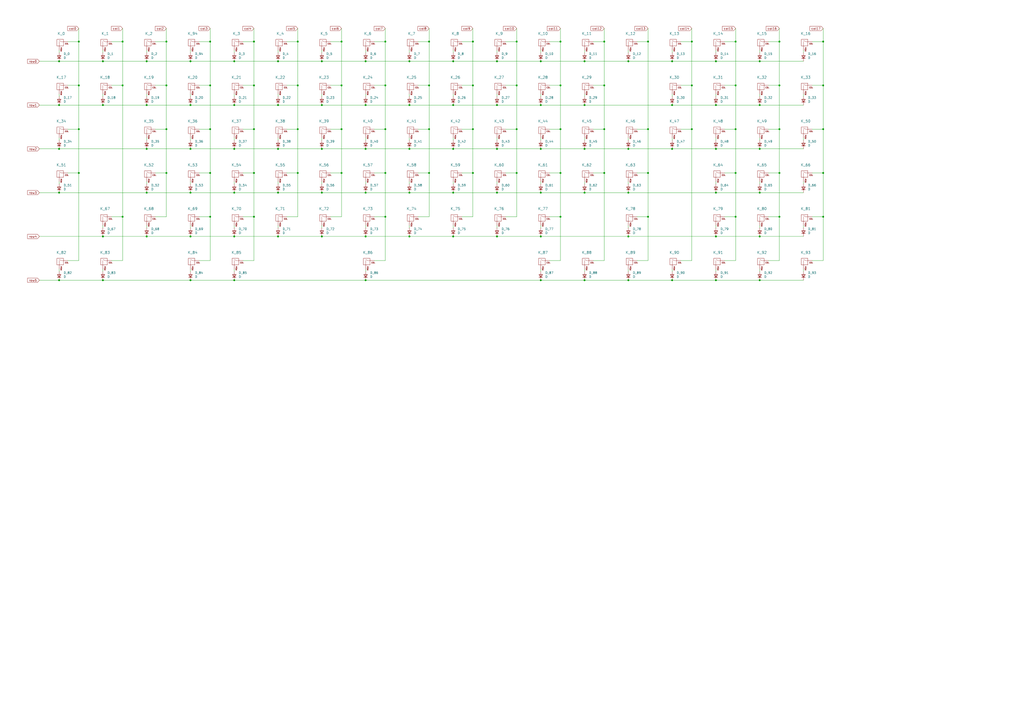
<source format=kicad_sch>
(kicad_sch (version 20231120) (generator "eeschema") (generator_version "8.0")
  (paper "A2")
  (junction (at 299.72 74.93))
  (junction (at 110.49 60.96))
  (junction (at 452.12 100.33))
  (junction (at 34.29 111.76))
  (junction (at 121.92 100.33))
  (junction (at 440.69 111.76))
  (junction (at 96.52 74.93))
  (junction (at 364.49 111.76))
  (junction (at 440.69 162.56))
  (junction (at 288.29 60.96))
  (junction (at 135.89 162.56))
  (junction (at 71.12 49.53))
  (junction (at 172.72 100.33))
  (junction (at 325.12 24.13))
  (junction (at 161.29 35.56))
  (junction (at 415.29 86.36))
  (junction (at 274.32 49.53))
  (junction (at 223.52 100.33))
  (junction (at 339.09 162.56))
  (junction (at 212.09 111.76))
  (junction (at 172.72 49.53))
  (junction (at 389.89 86.36))
  (junction (at 45.72 49.53))
  (junction (at 288.29 35.56))
  (junction (at 85.09 137.16))
  (junction (at 223.52 24.13))
  (junction (at 223.52 74.93))
  (junction (at 339.09 111.76))
  (junction (at 299.72 49.53))
  (junction (at 325.12 49.53))
  (junction (at 85.09 35.56))
  (junction (at 262.89 60.96))
  (junction (at 350.52 49.53))
  (junction (at 198.12 49.53))
  (junction (at 186.69 86.36))
  (junction (at 415.29 60.96))
  (junction (at 237.49 137.16))
  (junction (at 147.32 49.53))
  (junction (at 212.09 60.96))
  (junction (at 212.09 86.36))
  (junction (at 161.29 137.16))
  (junction (at 364.49 137.16))
  (junction (at 147.32 125.73))
  (junction (at 375.92 125.73))
  (junction (at 135.89 35.56))
  (junction (at 426.72 100.33))
  (junction (at 288.29 137.16))
  (junction (at 34.29 162.56))
  (junction (at 135.89 86.36))
  (junction (at 401.32 49.53))
  (junction (at 415.29 137.16))
  (junction (at 71.12 125.73))
  (junction (at 121.92 49.53))
  (junction (at 274.32 100.33))
  (junction (at 477.52 100.33))
  (junction (at 477.52 49.53))
  (junction (at 223.52 49.53))
  (junction (at 85.09 86.36))
  (junction (at 426.72 125.73))
  (junction (at 452.12 24.13))
  (junction (at 415.29 162.56))
  (junction (at 121.92 24.13))
  (junction (at 440.69 60.96))
  (junction (at 288.29 111.76))
  (junction (at 34.29 60.96))
  (junction (at 223.52 125.73))
  (junction (at 313.69 86.36))
  (junction (at 186.69 137.16))
  (junction (at 85.09 60.96))
  (junction (at 477.52 125.73))
  (junction (at 237.49 86.36))
  (junction (at 237.49 35.56))
  (junction (at 313.69 111.76))
  (junction (at 96.52 24.13))
  (junction (at 313.69 137.16))
  (junction (at 172.72 74.93))
  (junction (at 339.09 60.96))
  (junction (at 364.49 35.56))
  (junction (at 262.89 35.56))
  (junction (at 110.49 35.56))
  (junction (at 375.92 24.13))
  (junction (at 186.69 35.56))
  (junction (at 313.69 60.96))
  (junction (at 96.52 49.53))
  (junction (at 364.49 86.36))
  (junction (at 274.32 24.13))
  (junction (at 477.52 24.13))
  (junction (at 339.09 35.56))
  (junction (at 248.92 24.13))
  (junction (at 110.49 162.56))
  (junction (at 350.52 74.93))
  (junction (at 110.49 137.16))
  (junction (at 161.29 86.36))
  (junction (at 121.92 74.93))
  (junction (at 147.32 24.13))
  (junction (at 147.32 100.33))
  (junction (at 375.92 100.33))
  (junction (at 45.72 74.93))
  (junction (at 59.69 137.16))
  (junction (at 313.69 35.56))
  (junction (at 325.12 125.73))
  (junction (at 135.89 137.16))
  (junction (at 313.69 162.56))
  (junction (at 34.29 86.36))
  (junction (at 274.32 74.93))
  (junction (at 198.12 24.13))
  (junction (at 248.92 74.93))
  (junction (at 452.12 125.73))
  (junction (at 415.29 111.76))
  (junction (at 440.69 35.56))
  (junction (at 45.72 24.13))
  (junction (at 85.09 111.76))
  (junction (at 172.72 24.13))
  (junction (at 186.69 60.96))
  (junction (at 110.49 86.36))
  (junction (at 452.12 49.53))
  (junction (at 198.12 100.33))
  (junction (at 186.69 111.76))
  (junction (at 262.89 137.16))
  (junction (at 212.09 35.56))
  (junction (at 212.09 137.16))
  (junction (at 426.72 49.53))
  (junction (at 121.92 125.73))
  (junction (at 212.09 162.56))
  (junction (at 299.72 100.33))
  (junction (at 299.72 24.13))
  (junction (at 288.29 86.36))
  (junction (at 350.52 24.13))
  (junction (at 440.69 86.36))
  (junction (at 401.32 74.93))
  (junction (at 147.32 74.93))
  (junction (at 415.29 35.56))
  (junction (at 161.29 60.96))
  (junction (at 325.12 74.93))
  (junction (at 59.69 162.56))
  (junction (at 248.92 100.33))
  (junction (at 135.89 111.76))
  (junction (at 237.49 60.96))
  (junction (at 440.69 137.16))
  (junction (at 375.92 74.93))
  (junction (at 237.49 111.76))
  (junction (at 477.52 74.93))
  (junction (at 135.89 60.96))
  (junction (at 34.29 35.56))
  (junction (at 389.89 60.96))
  (junction (at 350.52 100.33))
  (junction (at 389.89 162.56))
  (junction (at 262.89 86.36))
  (junction (at 198.12 74.93))
  (junction (at 426.72 24.13))
  (junction (at 452.12 74.93))
  (junction (at 389.89 35.56))
  (junction (at 262.89 111.76))
  (junction (at 96.52 100.33))
  (junction (at 59.69 60.96))
  (junction (at 71.12 24.13))
  (junction (at 364.49 162.56))
  (junction (at 339.09 86.36))
  (junction (at 401.32 24.13))
  (junction (at 59.69 35.56))
  (junction (at 161.29 111.76))
  (junction (at 110.49 111.76))
  (junction (at 426.72 74.93))
  (junction (at 325.12 100.33))
  (junction (at 248.92 49.53))
  (junction (at 45.72 100.33))
  (wire (pts (xy 186.69 35.56) (xy 212.09 35.56)))
  (wire (pts (xy 90.17 100.33) (xy 96.52 100.33)))
  (wire (pts (xy 22.86 162.56) (xy 34.29 162.56)))
  (wire (pts (xy 217.17 24.13) (xy 223.52 24.13)))
  (wire (pts (xy 477.52 125.73) (xy 477.52 100.33)))
  (wire (pts (xy 198.12 16.51) (xy 198.12 24.13)))
  (wire (pts (xy 212.09 29.21) (xy 212.09 30.48)))
  (wire (pts (xy 426.72 24.13) (xy 426.72 49.53)))
  (wire (pts (xy 440.69 86.36) (xy 466.09 86.36)))
  (wire (pts (xy 466.09 80.01) (xy 466.09 81.28)))
  (wire (pts (xy 325.12 74.93) (xy 325.12 49.53)))
  (wire (pts (xy 237.49 105.41) (xy 237.49 106.68)))
  (wire (pts (xy 299.72 125.73) (xy 299.72 100.33)))
  (wire (pts (xy 267.97 49.53) (xy 274.32 49.53)))
  (wire (pts (xy 267.97 74.93) (xy 274.32 74.93)))
  (wire (pts (xy 471.17 74.93) (xy 477.52 74.93)))
  (wire (pts (xy 223.52 100.33) (xy 223.52 74.93)))
  (wire (pts (xy 85.09 80.01) (xy 85.09 81.28)))
  (wire (pts (xy 452.12 74.93) (xy 452.12 49.53)))
  (wire (pts (xy 318.77 151.13) (xy 325.12 151.13)))
  (wire (pts (xy 415.29 105.41) (xy 415.29 106.68)))
  (wire (pts (xy 198.12 24.13) (xy 198.12 49.53)))
  (wire (pts (xy 110.49 156.21) (xy 110.49 157.48)))
  (wire (pts (xy 59.69 137.16) (xy 85.09 137.16)))
  (wire (pts (xy 212.09 162.56) (xy 313.69 162.56)))
  (wire (pts (xy 293.37 24.13) (xy 299.72 24.13)))
  (wire (pts (xy 344.17 24.13) (xy 350.52 24.13)))
  (wire (pts (xy 186.69 60.96) (xy 212.09 60.96)))
  (wire (pts (xy 110.49 105.41) (xy 110.49 106.68)))
  (wire (pts (xy 34.29 60.96) (xy 59.69 60.96)))
  (wire (pts (xy 39.37 151.13) (xy 45.72 151.13)))
  (wire (pts (xy 34.29 156.21) (xy 34.29 157.48)))
  (wire (pts (xy 161.29 54.61) (xy 161.29 55.88)))
  (wire (pts (xy 477.52 100.33) (xy 477.52 74.93)))
  (wire (pts (xy 147.32 100.33) (xy 147.32 74.93)))
  (wire (pts (xy 420.37 24.13) (xy 426.72 24.13)))
  (wire (pts (xy 34.29 105.41) (xy 34.29 106.68)))
  (wire (pts (xy 22.86 35.56) (xy 34.29 35.56)))
  (wire (pts (xy 369.57 125.73) (xy 375.92 125.73)))
  (wire (pts (xy 350.52 16.51) (xy 350.52 24.13)))
  (wire (pts (xy 477.52 151.13) (xy 477.52 125.73)))
  (wire (pts (xy 223.52 125.73) (xy 223.52 100.33)))
  (wire (pts (xy 288.29 80.01) (xy 288.29 81.28)))
  (wire (pts (xy 115.57 74.93) (xy 121.92 74.93)))
  (wire (pts (xy 364.49 80.01) (xy 364.49 81.28)))
  (wire (pts (xy 299.72 74.93) (xy 299.72 49.53)))
  (wire (pts (xy 452.12 16.51) (xy 452.12 24.13)))
  (wire (pts (xy 90.17 125.73) (xy 96.52 125.73)))
  (wire (pts (xy 293.37 100.33) (xy 299.72 100.33)))
  (wire (pts (xy 198.12 100.33) (xy 198.12 74.93)))
  (wire (pts (xy 313.69 86.36) (xy 339.09 86.36)))
  (wire (pts (xy 237.49 35.56) (xy 262.89 35.56)))
  (wire (pts (xy 198.12 74.93) (xy 198.12 49.53)))
  (wire (pts (xy 166.37 74.93) (xy 172.72 74.93)))
  (wire (pts (xy 212.09 105.41) (xy 212.09 106.68)))
  (wire (pts (xy 440.69 54.61) (xy 440.69 55.88)))
  (wire (pts (xy 339.09 60.96) (xy 389.89 60.96)))
  (wire (pts (xy 350.52 151.13) (xy 350.52 100.33)))
  (wire (pts (xy 71.12 151.13) (xy 71.12 125.73)))
  (wire (pts (xy 212.09 111.76) (xy 237.49 111.76)))
  (wire (pts (xy 313.69 105.41) (xy 313.69 106.68)))
  (wire (pts (xy 415.29 35.56) (xy 440.69 35.56)))
  (wire (pts (xy 110.49 54.61) (xy 110.49 55.88)))
  (wire (pts (xy 237.49 60.96) (xy 262.89 60.96)))
  (wire (pts (xy 426.72 151.13) (xy 426.72 125.73)))
  (wire (pts (xy 288.29 137.16) (xy 313.69 137.16)))
  (wire (pts (xy 198.12 125.73) (xy 198.12 100.33)))
  (wire (pts (xy 237.49 86.36) (xy 262.89 86.36)))
  (wire (pts (xy 34.29 86.36) (xy 85.09 86.36)))
  (wire (pts (xy 135.89 29.21) (xy 135.89 30.48)))
  (wire (pts (xy 39.37 100.33) (xy 45.72 100.33)))
  (wire (pts (xy 440.69 29.21) (xy 440.69 30.48)))
  (wire (pts (xy 135.89 111.76) (xy 161.29 111.76)))
  (wire (pts (xy 135.89 54.61) (xy 135.89 55.88)))
  (wire (pts (xy 477.52 16.51) (xy 477.52 24.13)))
  (wire (pts (xy 389.89 162.56) (xy 415.29 162.56)))
  (wire (pts (xy 369.57 24.13) (xy 375.92 24.13)))
  (wire (pts (xy 262.89 80.01) (xy 262.89 81.28)))
  (wire (pts (xy 115.57 100.33) (xy 121.92 100.33)))
  (wire (pts (xy 121.92 151.13) (xy 121.92 125.73)))
  (wire (pts (xy 59.69 54.61) (xy 59.69 55.88)))
  (wire (pts (xy 217.17 49.53) (xy 223.52 49.53)))
  (wire (pts (xy 115.57 49.53) (xy 121.92 49.53)))
  (wire (pts (xy 135.89 156.21) (xy 135.89 157.48)))
  (wire (pts (xy 293.37 74.93) (xy 299.72 74.93)))
  (wire (pts (xy 415.29 111.76) (xy 440.69 111.76)))
  (wire (pts (xy 401.32 16.51) (xy 401.32 24.13)))
  (wire (pts (xy 262.89 130.81) (xy 262.89 132.08)))
  (wire (pts (xy 440.69 111.76) (xy 466.09 111.76)))
  (wire (pts (xy 445.77 100.33) (xy 452.12 100.33)))
  (wire (pts (xy 59.69 156.21) (xy 59.69 157.48)))
  (wire (pts (xy 186.69 54.61) (xy 186.69 55.88)))
  (wire (pts (xy 85.09 137.16) (xy 110.49 137.16)))
  (wire (pts (xy 186.69 111.76) (xy 212.09 111.76)))
  (wire (pts (xy 471.17 151.13) (xy 477.52 151.13)))
  (wire (pts (xy 242.57 125.73) (xy 248.92 125.73)))
  (wire (pts (xy 375.92 125.73) (xy 375.92 100.33)))
  (wire (pts (xy 445.77 49.53) (xy 452.12 49.53)))
  (wire (pts (xy 110.49 80.01) (xy 110.49 81.28)))
  (wire (pts (xy 274.32 24.13) (xy 274.32 49.53)))
  (wire (pts (xy 415.29 130.81) (xy 415.29 132.08)))
  (wire (pts (xy 364.49 130.81) (xy 364.49 132.08)))
  (wire (pts (xy 135.89 105.41) (xy 135.89 106.68)))
  (wire (pts (xy 344.17 49.53) (xy 350.52 49.53)))
  (wire (pts (xy 339.09 35.56) (xy 364.49 35.56)))
  (wire (pts (xy 313.69 29.21) (xy 313.69 30.48)))
  (wire (pts (xy 293.37 49.53) (xy 299.72 49.53)))
  (wire (pts (xy 262.89 111.76) (xy 288.29 111.76)))
  (wire (pts (xy 191.77 49.53) (xy 198.12 49.53)))
  (wire (pts (xy 34.29 29.21) (xy 34.29 30.48)))
  (wire (pts (xy 85.09 35.56) (xy 110.49 35.56)))
  (wire (pts (xy 59.69 29.21) (xy 59.69 30.48)))
  (wire (pts (xy 135.89 86.36) (xy 161.29 86.36)))
  (wire (pts (xy 217.17 151.13) (xy 223.52 151.13)))
  (wire (pts (xy 110.49 130.81) (xy 110.49 132.08)))
  (wire (pts (xy 212.09 137.16) (xy 237.49 137.16)))
  (wire (pts (xy 166.37 100.33) (xy 172.72 100.33)))
  (wire (pts (xy 318.77 74.93) (xy 325.12 74.93)))
  (wire (pts (xy 325.12 100.33) (xy 325.12 74.93)))
  (wire (pts (xy 339.09 54.61) (xy 339.09 55.88)))
  (wire (pts (xy 466.09 105.41) (xy 466.09 106.68)))
  (wire (pts (xy 389.89 156.21) (xy 389.89 157.48)))
  (wire (pts (xy 375.92 24.13) (xy 375.92 74.93)))
  (wire (pts (xy 45.72 16.51) (xy 45.72 24.13)))
  (wire (pts (xy 140.97 74.93) (xy 147.32 74.93)))
  (wire (pts (xy 110.49 60.96) (xy 135.89 60.96)))
  (wire (pts (xy 161.29 86.36) (xy 186.69 86.36)))
  (wire (pts (xy 96.52 16.51) (xy 96.52 24.13)))
  (wire (pts (xy 288.29 86.36) (xy 313.69 86.36)))
  (wire (pts (xy 262.89 29.21) (xy 262.89 30.48)))
  (wire (pts (xy 115.57 24.13) (xy 121.92 24.13)))
  (wire (pts (xy 440.69 105.41) (xy 440.69 106.68)))
  (wire (pts (xy 339.09 105.41) (xy 339.09 106.68)))
  (wire (pts (xy 212.09 35.56) (xy 237.49 35.56)))
  (wire (pts (xy 96.52 74.93) (xy 96.52 49.53)))
  (wire (pts (xy 420.37 100.33) (xy 426.72 100.33)))
  (wire (pts (xy 223.52 24.13) (xy 223.52 49.53)))
  (wire (pts (xy 22.86 86.36) (xy 34.29 86.36)))
  (wire (pts (xy 262.89 54.61) (xy 262.89 55.88)))
  (wire (pts (xy 394.97 151.13) (xy 401.32 151.13)))
  (wire (pts (xy 161.29 80.01) (xy 161.29 81.28)))
  (wire (pts (xy 288.29 54.61) (xy 288.29 55.88)))
  (wire (pts (xy 350.52 100.33) (xy 350.52 74.93)))
  (wire (pts (xy 415.29 29.21) (xy 415.29 30.48)))
  (wire (pts (xy 212.09 54.61) (xy 212.09 55.88)))
  (wire (pts (xy 217.17 100.33) (xy 223.52 100.33)))
  (wire (pts (xy 237.49 80.01) (xy 237.49 81.28)))
  (wire (pts (xy 237.49 54.61) (xy 237.49 55.88)))
  (wire (pts (xy 212.09 130.81) (xy 212.09 132.08)))
  (wire (pts (xy 237.49 111.76) (xy 262.89 111.76)))
  (wire (pts (xy 288.29 60.96) (xy 313.69 60.96)))
  (wire (pts (xy 248.92 100.33) (xy 248.92 74.93)))
  (wire (pts (xy 466.09 29.21) (xy 466.09 30.48)))
  (wire (pts (xy 262.89 86.36) (xy 288.29 86.36)))
  (wire (pts (xy 140.97 100.33) (xy 147.32 100.33)))
  (wire (pts (xy 426.72 74.93) (xy 426.72 49.53)))
  (wire (pts (xy 426.72 16.51) (xy 426.72 24.13)))
  (wire (pts (xy 364.49 86.36) (xy 389.89 86.36)))
  (wire (pts (xy 350.52 74.93) (xy 350.52 49.53)))
  (wire (pts (xy 389.89 86.36) (xy 415.29 86.36)))
  (wire (pts (xy 22.86 111.76) (xy 34.29 111.76)))
  (wire (pts (xy 344.17 100.33) (xy 350.52 100.33)))
  (wire (pts (xy 135.89 80.01) (xy 135.89 81.28)))
  (wire (pts (xy 394.97 24.13) (xy 401.32 24.13)))
  (wire (pts (xy 288.29 35.56) (xy 313.69 35.56)))
  (wire (pts (xy 262.89 137.16) (xy 288.29 137.16)))
  (wire (pts (xy 471.17 49.53) (xy 477.52 49.53)))
  (wire (pts (xy 242.57 100.33) (xy 248.92 100.33)))
  (wire (pts (xy 217.17 74.93) (xy 223.52 74.93)))
  (wire (pts (xy 85.09 60.96) (xy 110.49 60.96)))
  (wire (pts (xy 440.69 162.56) (xy 466.09 162.56)))
  (wire (pts (xy 344.17 151.13) (xy 350.52 151.13)))
  (wire (pts (xy 90.17 24.13) (xy 96.52 24.13)))
  (wire (pts (xy 339.09 29.21) (xy 339.09 30.48)))
  (wire (pts (xy 389.89 35.56) (xy 415.29 35.56)))
  (wire (pts (xy 415.29 137.16) (xy 440.69 137.16)))
  (wire (pts (xy 477.52 24.13) (xy 477.52 49.53)))
  (wire (pts (xy 191.77 74.93) (xy 198.12 74.93)))
  (wire (pts (xy 191.77 100.33) (xy 198.12 100.33)))
  (wire (pts (xy 274.32 100.33) (xy 274.32 74.93)))
  (wire (pts (xy 147.32 24.13) (xy 147.32 49.53)))
  (wire (pts (xy 325.12 151.13) (xy 325.12 125.73)))
  (wire (pts (xy 313.69 162.56) (xy 339.09 162.56)))
  (wire (pts (xy 85.09 130.81) (xy 85.09 132.08)))
  (wire (pts (xy 325.12 16.51) (xy 325.12 24.13)))
  (wire (pts (xy 186.69 105.41) (xy 186.69 106.68)))
  (wire (pts (xy 288.29 111.76) (xy 313.69 111.76)))
  (wire (pts (xy 166.37 125.73) (xy 172.72 125.73)))
  (wire (pts (xy 110.49 86.36) (xy 135.89 86.36)))
  (wire (pts (xy 212.09 86.36) (xy 237.49 86.36)))
  (wire (pts (xy 172.72 16.51) (xy 172.72 24.13)))
  (wire (pts (xy 415.29 86.36) (xy 440.69 86.36)))
  (wire (pts (xy 389.89 29.21) (xy 389.89 30.48)))
  (wire (pts (xy 217.17 125.73) (xy 223.52 125.73)))
  (wire (pts (xy 364.49 111.76) (xy 415.29 111.76)))
  (wire (pts (xy 339.09 111.76) (xy 364.49 111.76)))
  (wire (pts (xy 288.29 130.81) (xy 288.29 132.08)))
  (wire (pts (xy 237.49 130.81) (xy 237.49 132.08)))
  (wire (pts (xy 445.77 125.73) (xy 452.12 125.73)))
  (wire (pts (xy 452.12 100.33) (xy 452.12 74.93)))
  (wire (pts (xy 140.97 24.13) (xy 147.32 24.13)))
  (wire (pts (xy 318.77 49.53) (xy 325.12 49.53)))
  (wire (pts (xy 237.49 137.16) (xy 262.89 137.16)))
  (wire (pts (xy 364.49 35.56) (xy 389.89 35.56)))
  (wire (pts (xy 420.37 49.53) (xy 426.72 49.53)))
  (wire (pts (xy 325.12 125.73) (xy 325.12 100.33)))
  (wire (pts (xy 186.69 137.16) (xy 212.09 137.16)))
  (wire (pts (xy 440.69 35.56) (xy 466.09 35.56)))
  (wire (pts (xy 22.86 137.16) (xy 59.69 137.16)))
  (wire (pts (xy 64.77 24.13) (xy 71.12 24.13)))
  (wire (pts (xy 140.97 49.53) (xy 147.32 49.53)))
  (wire (pts (xy 375.92 151.13) (xy 375.92 125.73)))
  (wire (pts (xy 161.29 29.21) (xy 161.29 30.48)))
  (wire (pts (xy 45.72 74.93) (xy 45.72 49.53)))
  (wire (pts (xy 172.72 24.13) (xy 172.72 49.53)))
  (wire (pts (xy 59.69 35.56) (xy 85.09 35.56)))
  (wire (pts (xy 339.09 162.56) (xy 364.49 162.56)))
  (wire (pts (xy 364.49 162.56) (xy 389.89 162.56)))
  (wire (pts (xy 135.89 162.56) (xy 212.09 162.56)))
  (wire (pts (xy 161.29 60.96) (xy 186.69 60.96)))
  (wire (pts (xy 248.92 74.93) (xy 248.92 49.53)))
  (wire (pts (xy 147.32 125.73) (xy 147.32 100.33)))
  (wire (pts (xy 39.37 49.53) (xy 45.72 49.53)))
  (wire (pts (xy 59.69 162.56) (xy 110.49 162.56)))
  (wire (pts (xy 242.57 74.93) (xy 248.92 74.93)))
  (wire (pts (xy 248.92 24.13) (xy 248.92 49.53)))
  (wire (pts (xy 274.32 125.73) (xy 274.32 100.33)))
  (wire (pts (xy 440.69 80.01) (xy 440.69 81.28)))
  (wire (pts (xy 85.09 105.41) (xy 85.09 106.68)))
  (wire (pts (xy 135.89 35.56) (xy 161.29 35.56)))
  (wire (pts (xy 59.69 60.96) (xy 85.09 60.96)))
  (wire (pts (xy 45.72 24.13) (xy 45.72 49.53)))
  (wire (pts (xy 364.49 105.41) (xy 364.49 106.68)))
  (wire (pts (xy 212.09 80.01) (xy 212.09 81.28)))
  (wire (pts (xy 452.12 24.13) (xy 452.12 49.53)))
  (wire (pts (xy 71.12 24.13) (xy 71.12 49.53)))
  (wire (pts (xy 248.92 16.51) (xy 248.92 24.13)))
  (wire (pts (xy 248.92 125.73) (xy 248.92 100.33)))
  (wire (pts (xy 445.77 24.13) (xy 452.12 24.13)))
  (wire (pts (xy 223.52 16.51) (xy 223.52 24.13)))
  (wire (pts (xy 267.97 125.73) (xy 274.32 125.73)))
  (wire (pts (xy 440.69 137.16) (xy 466.09 137.16)))
  (wire (pts (xy 471.17 100.33) (xy 477.52 100.33)))
  (wire (pts (xy 34.29 111.76) (xy 85.09 111.76)))
  (wire (pts (xy 466.09 156.21) (xy 466.09 157.48)))
  (wire (pts (xy 237.49 29.21) (xy 237.49 30.48)))
  (wire (pts (xy 415.29 156.21) (xy 415.29 157.48)))
  (wire (pts (xy 364.49 156.21) (xy 364.49 157.48)))
  (wire (pts (xy 147.32 74.93) (xy 147.32 49.53)))
  (wire (pts (xy 440.69 130.81) (xy 440.69 132.08)))
  (wire (pts (xy 313.69 35.56) (xy 339.09 35.56)))
  (wire (pts (xy 426.72 125.73) (xy 426.72 100.33)))
  (wire (pts (xy 394.97 49.53) (xy 401.32 49.53)))
  (wire (pts (xy 85.09 54.61) (xy 85.09 55.88)))
  (wire (pts (xy 369.57 100.33) (xy 375.92 100.33)))
  (wire (pts (xy 115.57 125.73) (xy 121.92 125.73)))
  (wire (pts (xy 471.17 125.73) (xy 477.52 125.73)))
  (wire (pts (xy 172.72 74.93) (xy 172.72 49.53)))
  (wire (pts (xy 90.17 74.93) (xy 96.52 74.93)))
  (wire (pts (xy 313.69 137.16) (xy 364.49 137.16)))
  (wire (pts (xy 166.37 49.53) (xy 172.72 49.53)))
  (wire (pts (xy 85.09 111.76) (xy 110.49 111.76)))
  (wire (pts (xy 186.69 29.21) (xy 186.69 30.48)))
  (wire (pts (xy 186.69 86.36) (xy 212.09 86.36)))
  (wire (pts (xy 369.57 151.13) (xy 375.92 151.13)))
  (wire (pts (xy 339.09 80.01) (xy 339.09 81.28)))
  (wire (pts (xy 339.09 156.21) (xy 339.09 157.48)))
  (wire (pts (xy 45.72 151.13) (xy 45.72 100.33)))
  (wire (pts (xy 313.69 130.81) (xy 313.69 132.08)))
  (wire (pts (xy 369.57 74.93) (xy 375.92 74.93)))
  (wire (pts (xy 466.09 54.61) (xy 466.09 55.88)))
  (wire (pts (xy 71.12 125.73) (xy 71.12 49.53)))
  (wire (pts (xy 135.89 137.16) (xy 161.29 137.16)))
  (wire (pts (xy 223.52 151.13) (xy 223.52 125.73)))
  (wire (pts (xy 299.72 16.51) (xy 299.72 24.13)))
  (wire (pts (xy 262.89 60.96) (xy 288.29 60.96)))
  (wire (pts (xy 389.89 80.01) (xy 389.89 81.28)))
  (wire (pts (xy 364.49 29.21) (xy 364.49 30.48)))
  (wire (pts (xy 242.57 49.53) (xy 248.92 49.53)))
  (wire (pts (xy 299.72 100.33) (xy 299.72 74.93)))
  (wire (pts (xy 426.72 100.33) (xy 426.72 74.93)))
  (wire (pts (xy 147.32 151.13) (xy 147.32 125.73)))
  (wire (pts (xy 96.52 24.13) (xy 96.52 49.53)))
  (wire (pts (xy 121.92 24.13) (xy 121.92 49.53)))
  (wire (pts (xy 445.77 151.13) (xy 452.12 151.13)))
  (wire (pts (xy 223.52 74.93) (xy 223.52 49.53)))
  (wire (pts (xy 452.12 151.13) (xy 452.12 125.73)))
  (wire (pts (xy 318.77 100.33) (xy 325.12 100.33)))
  (wire (pts (xy 262.89 35.56) (xy 288.29 35.56)))
  (wire (pts (xy 110.49 162.56) (xy 135.89 162.56)))
  (wire (pts (xy 267.97 100.33) (xy 274.32 100.33)))
  (wire (pts (xy 415.29 162.56) (xy 440.69 162.56)))
  (wire (pts (xy 318.77 24.13) (xy 325.12 24.13)))
  (wire (pts (xy 274.32 74.93) (xy 274.32 49.53)))
  (wire (pts (xy 452.12 125.73) (xy 452.12 100.33)))
  (wire (pts (xy 161.29 137.16) (xy 186.69 137.16)))
  (wire (pts (xy 242.57 24.13) (xy 248.92 24.13)))
  (wire (pts (xy 401.32 24.13) (xy 401.32 49.53)))
  (wire (pts (xy 375.92 16.51) (xy 375.92 24.13)))
  (wire (pts (xy 364.49 137.16) (xy 415.29 137.16)))
  (wire (pts (xy 415.29 60.96) (xy 440.69 60.96)))
  (wire (pts (xy 172.72 125.73) (xy 172.72 100.33)))
  (wire (pts (xy 161.29 130.81) (xy 161.29 132.08)))
  (wire (pts (xy 389.89 54.61) (xy 389.89 55.88)))
  (wire (pts (xy 110.49 35.56) (xy 135.89 35.56)))
  (wire (pts (xy 389.89 60.96) (xy 415.29 60.96)))
  (wire (pts (xy 135.89 60.96) (xy 161.29 60.96)))
  (wire (pts (xy 140.97 151.13) (xy 147.32 151.13)))
  (wire (pts (xy 293.37 125.73) (xy 299.72 125.73)))
  (wire (pts (xy 64.77 49.53) (xy 71.12 49.53)))
  (wire (pts (xy 96.52 100.33) (xy 96.52 74.93)))
  (wire (pts (xy 313.69 60.96) (xy 339.09 60.96)))
  (wire (pts (xy 375.92 100.33) (xy 375.92 74.93)))
  (wire (pts (xy 186.69 80.01) (xy 186.69 81.28)))
  (wire (pts (xy 147.32 16.51) (xy 147.32 24.13)))
  (wire (pts (xy 267.97 24.13) (xy 274.32 24.13)))
  (wire (pts (xy 339.09 86.36) (xy 364.49 86.36)))
  (wire (pts (xy 274.32 16.51) (xy 274.32 24.13)))
  (wire (pts (xy 401.32 151.13) (xy 401.32 74.93)))
  (wire (pts (xy 22.86 60.96) (xy 34.29 60.96)))
  (wire (pts (xy 64.77 125.73) (xy 71.12 125.73)))
  (wire (pts (xy 34.29 35.56) (xy 59.69 35.56)))
  (wire (pts (xy 121.92 16.51) (xy 121.92 24.13)))
  (wire (pts (xy 45.72 100.33) (xy 45.72 74.93)))
  (wire (pts (xy 85.09 29.21) (xy 85.09 30.48)))
  (wire (pts (xy 313.69 80.01) (xy 313.69 81.28)))
  (wire (pts (xy 161.29 35.56) (xy 186.69 35.56)))
  (wire (pts (xy 420.37 125.73) (xy 426.72 125.73)))
  (wire (pts (xy 161.29 105.41) (xy 161.29 106.68)))
  (wire (pts (xy 140.97 125.73) (xy 147.32 125.73)))
  (wire (pts (xy 59.69 130.81) (xy 59.69 132.08)))
  (wire (pts (xy 445.77 74.93) (xy 452.12 74.93)))
  (wire (pts (xy 313.69 54.61) (xy 313.69 55.88)))
  (wire (pts (xy 262.89 105.41) (xy 262.89 106.68)))
  (wire (pts (xy 440.69 156.21) (xy 440.69 157.48)))
  (wire (pts (xy 85.09 86.36) (xy 110.49 86.36)))
  (wire (pts (xy 34.29 54.61) (xy 34.29 55.88)))
  (wire (pts (xy 135.89 130.81) (xy 135.89 132.08)))
  (wire (pts (xy 313.69 156.21) (xy 313.69 157.48)))
  (wire (pts (xy 299.72 24.13) (xy 299.72 49.53)))
  (wire (pts (xy 39.37 24.13) (xy 45.72 24.13)))
  (wire (pts (xy 172.72 100.33) (xy 172.72 74.93)))
  (wire (pts (xy 121.92 125.73) (xy 121.92 100.33)))
  (wire (pts (xy 466.09 130.81) (xy 466.09 132.08)))
  (wire (pts (xy 471.17 24.13) (xy 477.52 24.13)))
  (wire (pts (xy 318.77 125.73) (xy 325.12 125.73)))
  (wire (pts (xy 96.52 125.73) (xy 96.52 100.33)))
  (wire (pts (xy 71.12 16.51) (xy 71.12 24.13)))
  (wire (pts (xy 191.77 125.73) (xy 198.12 125.73)))
  (wire (pts (xy 110.49 111.76) (xy 135.89 111.76)))
  (wire (pts (xy 401.32 74.93) (xy 401.32 49.53)))
  (wire (pts (xy 313.69 111.76) (xy 339.09 111.76)))
  (wire (pts (xy 191.77 24.13) (xy 198.12 24.13)))
  (wire (pts (xy 477.52 74.93) (xy 477.52 49.53)))
  (wire (pts (xy 34.29 80.01) (xy 34.29 81.28)))
  (wire (pts (xy 420.37 151.13) (xy 426.72 151.13)))
  (wire (pts (xy 325.12 24.13) (xy 325.12 49.53)))
  (wire (pts (xy 394.97 74.93) (xy 401.32 74.93)))
  (wire (pts (xy 110.49 137.16) (xy 135.89 137.16)))
  (wire (pts (xy 121.92 100.33) (xy 121.92 74.93)))
  (wire (pts (xy 161.29 111.76) (xy 186.69 111.76)))
  (wire (pts (xy 344.17 74.93) (xy 350.52 74.93)))
  (wire (pts (xy 288.29 29.21) (xy 288.29 30.48)))
  (wire (pts (xy 350.52 24.13) (xy 350.52 49.53)))
  (wire (pts (xy 288.29 105.41) (xy 288.29 106.68)))
  (wire (pts (xy 212.09 156.21) (xy 212.09 157.48)))
  (wire (pts (xy 420.37 74.93) (xy 426.72 74.93)))
  (wire (pts (xy 415.29 80.01) (xy 415.29 81.28)))
  (wire (pts (xy 166.37 24.13) (xy 172.72 24.13)))
  (wire (pts (xy 186.69 130.81) (xy 186.69 132.08)))
  (wire (pts (xy 64.77 151.13) (xy 71.12 151.13)))
  (wire (pts (xy 90.17 49.53) (xy 96.52 49.53)))
  (wire (pts (xy 415.29 54.61) (xy 415.29 55.88)))
  (wire (pts (xy 110.49 29.21) (xy 110.49 30.48)))
  (wire (pts (xy 440.69 60.96) (xy 466.09 60.96)))
  (wire (pts (xy 115.57 151.13) (xy 121.92 151.13)))
  (wire (pts (xy 39.37 74.93) (xy 45.72 74.93)))
  (wire (pts (xy 34.29 162.56) (xy 59.69 162.56)))
  (wire (pts (xy 212.09 60.96) (xy 237.49 60.96)))
  (wire (pts (xy 121.92 74.93) (xy 121.92 49.53)))
  (global_label "col5" (shape input) (at 172.72 16.51 180) (property "Intersheetrefs" "${INTERSHEET_REFS}" (effects (hide yes))))
  (global_label "col9" (shape input) (at 274.32 16.51 180) (property "Intersheetrefs" "${INTERSHEET_REFS}" (effects (hide yes))))
  (global_label "col11" (shape input) (at 325.12 16.51 180) (property "Intersheetrefs" "${INTERSHEET_REFS}" (effects (hide yes))))
  (global_label "col4" (shape input) (at 147.32 16.51 180) (property "Intersheetrefs" "${INTERSHEET_REFS}" (effects (hide yes))))
  (global_label "col1" (shape input) (at 71.12 16.51 180) (property "Intersheetrefs" "${INTERSHEET_REFS}" (effects (hide yes))))
  (global_label "row0" (shape input) (at 22.86 35.56 180) (property "Intersheetrefs" "${INTERSHEET_REFS}" (effects (hide yes))))
  (global_label "row2" (shape input) (at 22.86 86.36 180) (property "Intersheetrefs" "${INTERSHEET_REFS}" (effects (hide yes))))
  (global_label "col16" (shape input) (at 452.12 16.51 180) (property "Intersheetrefs" "${INTERSHEET_REFS}" (effects (hide yes))))
  (global_label "col3" (shape input) (at 121.92 16.51 180) (property "Intersheetrefs" "${INTERSHEET_REFS}" (effects (hide yes))))
  (global_label "row1" (shape input) (at 22.86 60.96 180) (property "Intersheetrefs" "${INTERSHEET_REFS}" (effects (hide yes))))
  (global_label "col12" (shape input) (at 350.52 16.51 180) (property "Intersheetrefs" "${INTERSHEET_REFS}" (effects (hide yes))))
  (global_label "row4" (shape input) (at 22.86 137.16 180) (property "Intersheetrefs" "${INTERSHEET_REFS}" (effects (hide yes))))
  (global_label "col6" (shape input) (at 198.12 16.51 180) (property "Intersheetrefs" "${INTERSHEET_REFS}" (effects (hide yes))))
  (global_label "col13" (shape input) (at 375.92 16.51 180) (property "Intersheetrefs" "${INTERSHEET_REFS}" (effects (hide yes))))
  (global_label "col17" (shape input) (at 477.52 16.51 180) (property "Intersheetrefs" "${INTERSHEET_REFS}" (effects (hide yes))))
  (global_label "col15" (shape input) (at 426.72 16.51 180) (property "Intersheetrefs" "${INTERSHEET_REFS}" (effects (hide yes))))
  (global_label "row5" (shape input) (at 22.86 162.56 180) (property "Intersheetrefs" "${INTERSHEET_REFS}" (effects (hide yes))))
  (global_label "col2" (shape input) (at 96.52 16.51 180) (property "Intersheetrefs" "${INTERSHEET_REFS}" (effects (hide yes))))
  (global_label "col8" (shape input) (at 248.92 16.51 180) (property "Intersheetrefs" "${INTERSHEET_REFS}" (effects (hide yes))))
  (global_label "col14" (shape input) (at 401.32 16.51 180) (property "Intersheetrefs" "${INTERSHEET_REFS}" (effects (hide yes))))
  (global_label "col7" (shape input) (at 223.52 16.51 180) (property "Intersheetrefs" "${INTERSHEET_REFS}" (effects (hide yes))))
  (global_label "col10" (shape input) (at 299.72 16.51 180) (property "Intersheetrefs" "${INTERSHEET_REFS}" (effects (hide yes))))
  (global_label "row3" (shape input) (at 22.86 111.76 180) (property "Intersheetrefs" "${INTERSHEET_REFS}" (effects (hide yes))))
  (global_label "col0" (shape input) (at 45.72 16.51 180) (property "Intersheetrefs" "${INTERSHEET_REFS}" (effects (hide yes))))
  (symbol (lib_id "MX_Alps_Hybrid:MX-NoLED") (at 162.56 101.6 0) (unit 1)
    (property "Reference" "K_55" (at 162.56 95.6818 0) (effects (font (size 1.524 1.524))))
    (property "Value" "KEYSW" (effects (hide yes)))
    (property "Footprint" "MX_Only:MXOnly-1U-Hotswap" (effects (hide yes)))
  )
  (symbol (lib_id "Device:D_Small") (at 339.09 33.02 90) (unit 1)
    (property "Reference" "D_11" (at 341.63 31.242 90) (effects (justify right)))
    (property "Value" "D" (at 341.63 33.528 90) (effects (justify right)))
    (property "Footprint" "Diode_SMD:D_SOD-123" (effects (hide yes)))
  )
  (symbol (lib_id "Device:D_Small") (at 415.29 160.02 90) (unit 1)
    (property "Reference" "D_91" (at 417.83 158.242 90) (effects (justify right)))
    (property "Value" "D" (at 417.83 160.528 90) (effects (justify right)))
    (property "Footprint" "Diode_SMD:D_SOD-123" (effects (hide yes)))
  )
  (symbol (lib_id "MX_Alps_Hybrid:MX-NoLED") (at 264.16 76.2 0) (unit 1)
    (property "Reference" "K_42" (at 264.16 70.2818 0) (effects (font (size 1.524 1.524))))
    (property "Value" "KEYSW" (effects (hide yes)))
    (property "Footprint" "MX_Only:MXOnly-1U-Hotswap" (effects (hide yes)))
  )
  (symbol (lib_id "MX_Alps_Hybrid:MX-NoLED") (at 391.16 152.4 0) (unit 1)
    (property "Reference" "K_90" (at 391.16 146.4818 0) (effects (font (size 1.524 1.524))))
    (property "Value" "KEYSW" (effects (hide yes)))
    (property "Footprint" "MX_Only:MXOnly-1U-Hotswap" (effects (hide yes)))
  )
  (symbol (lib_id "MX_Alps_Hybrid:MX-NoLED") (at 365.76 127 0) (unit 1)
    (property "Reference" "K_78" (at 365.76 121.0818 0) (effects (font (size 1.524 1.524))))
    (property "Value" "KEYSW" (effects (hide yes)))
    (property "Footprint" "MX_Only:MXOnly-2.75U-Hotswap" (effects (hide yes)))
  )
  (symbol (lib_id "Device:D_Small") (at 313.69 58.42 90) (unit 1)
    (property "Reference" "D_28" (at 316.23 56.642 90) (effects (justify right)))
    (property "Value" "D" (at 316.23 58.928 90) (effects (justify right)))
    (property "Footprint" "Diode_SMD:D_SOD-123" (effects (hide yes)))
  )
  (symbol (lib_id "Device:D_Small") (at 85.09 33.02 90) (unit 1)
    (property "Reference" "D_2" (at 87.63 31.242 90) (effects (justify right)))
    (property "Value" "D" (at 87.63 33.528 90) (effects (justify right)))
    (property "Footprint" "Diode_SMD:D_SOD-123" (effects (hide yes)))
  )
  (symbol (lib_id "Device:D_Small") (at 85.09 109.22 90) (unit 1)
    (property "Reference" "D_52" (at 87.63 107.442 90) (effects (justify right)))
    (property "Value" "D" (at 87.63 109.728 90) (effects (justify right)))
    (property "Footprint" "Diode_SMD:D_SOD-123" (effects (hide yes)))
  )
  (symbol (lib_id "MX_Alps_Hybrid:MX-NoLED") (at 238.76 127 0) (unit 1)
    (property "Reference" "K_74" (at 238.76 121.0818 0) (effects (font (size 1.524 1.524))))
    (property "Value" "KEYSW" (effects (hide yes)))
    (property "Footprint" "MX_Only:MXOnly-1U-Hotswap" (effects (hide yes)))
  )
  (symbol (lib_id "Device:D_Small") (at 262.89 83.82 90) (unit 1)
    (property "Reference" "D_42" (at 265.43 82.042 90) (effects (justify right)))
    (property "Value" "D" (at 265.43 84.328 90) (effects (justify right)))
    (property "Footprint" "Diode_SMD:D_SOD-123" (effects (hide yes)))
  )
  (symbol (lib_id "Device:D_Small") (at 186.69 109.22 90) (unit 1)
    (property "Reference" "D_56" (at 189.23 107.442 90) (effects (justify right)))
    (property "Value" "D" (at 189.23 109.728 90) (effects (justify right)))
    (property "Footprint" "Diode_SMD:D_SOD-123" (effects (hide yes)))
  )
  (symbol (lib_id "Device:D_Small") (at 288.29 58.42 90) (unit 1)
    (property "Reference" "D_27" (at 290.83 56.642 90) (effects (justify right)))
    (property "Value" "D" (at 290.83 58.928 90) (effects (justify right)))
    (property "Footprint" "Diode_SMD:D_SOD-123" (effects (hide yes)))
  )
  (symbol (lib_id "MX_Alps_Hybrid:MX-NoLED") (at 416.56 50.8 0) (unit 1)
    (property "Reference" "K_31" (at 416.56 44.8818 0) (effects (font (size 1.524 1.524))))
    (property "Value" "KEYSW" (effects (hide yes)))
    (property "Footprint" "MX_Only:MXOnly-1U-Hotswap" (effects (hide yes)))
  )
  (symbol (lib_id "MX_Alps_Hybrid:MX-NoLED") (at 60.96 152.4 0) (unit 1)
    (property "Reference" "K_83" (at 60.96 146.4818 0) (effects (font (size 1.524 1.524))))
    (property "Value" "KEYSW" (effects (hide yes)))
    (property "Footprint" "MX_Only:MXOnly-1.25U-Hotswap" (effects (hide yes)))
  )
  (symbol (lib_id "Device:D_Small") (at 262.89 109.22 90) (unit 1)
    (property "Reference" "D_59" (at 265.43 107.442 90) (effects (justify right)))
    (property "Value" "D" (at 265.43 109.728 90) (effects (justify right)))
    (property "Footprint" "Diode_SMD:D_SOD-123" (effects (hide yes)))
  )
  (symbol (lib_id "MX_Alps_Hybrid:MX-NoLED") (at 391.16 50.8 0) (unit 1)
    (property "Reference" "K_30" (at 391.16 44.8818 0) (effects (font (size 1.524 1.524))))
    (property "Value" "KEYSW" (effects (hide yes)))
    (property "Footprint" "MX_Only:MXOnly-2U-Hotswap" (effects (hide yes)))
  )
  (symbol (lib_id "MX_Alps_Hybrid:MX-NoLED") (at 187.96 76.2 0) (unit 1)
    (property "Reference" "K_39" (at 187.96 70.2818 0) (effects (font (size 1.524 1.524))))
    (property "Value" "KEYSW" (effects (hide yes)))
    (property "Footprint" "MX_Only:MXOnly-1U-Hotswap" (effects (hide yes)))
  )
  (symbol (lib_id "Device:D_Small") (at 34.29 58.42 90) (unit 1)
    (property "Reference" "D_17" (at 36.83 56.642 90) (effects (justify right)))
    (property "Value" "D" (at 36.83 58.928 90) (effects (justify right)))
    (property "Footprint" "Diode_SMD:D_SOD-123" (effects (hide yes)))
  )
  (symbol (lib_id "Device:D_Small") (at 262.89 33.02 90) (unit 1)
    (property "Reference" "D_8" (at 265.43 31.242 90) (effects (justify right)))
    (property "Value" "D" (at 265.43 33.528 90) (effects (justify right)))
    (property "Footprint" "Diode_SMD:D_SOD-123" (effects (hide yes)))
  )
  (symbol (lib_id "MX_Alps_Hybrid:MX-NoLED") (at 441.96 50.8 0) (unit 1)
    (property "Reference" "K_32" (at 441.96 44.8818 0) (effects (font (size 1.524 1.524))))
    (property "Value" "KEYSW" (effects (hide yes)))
    (property "Footprint" "MX_Only:MXOnly-1U-Hotswap" (effects (hide yes)))
  )
  (symbol (lib_id "MX_Alps_Hybrid:MX-NoLED") (at 35.56 25.4 0) (unit 1)
    (property "Reference" "K_0" (at 35.56 19.4818 0) (effects (font (size 1.524 1.524))))
    (property "Value" "KEYSW" (effects (hide yes)))
    (property "Footprint" "MX_Only:MXOnly-1U-Hotswap" (effects (hide yes)))
  )
  (symbol (lib_id "MX_Alps_Hybrid:MX-NoLED") (at 264.16 127 0) (unit 1)
    (property "Reference" "K_75" (at 264.16 121.0818 0) (effects (font (size 1.524 1.524))))
    (property "Value" "KEYSW" (effects (hide yes)))
    (property "Footprint" "MX_Only:MXOnly-1U-Hotswap" (effects (hide yes)))
  )
  (symbol (lib_id "Device:D_Small") (at 110.49 134.62 90) (unit 1)
    (property "Reference" "D_69" (at 113.03 132.842 90) (effects (justify right)))
    (property "Value" "D" (at 113.03 135.128 90) (effects (justify right)))
    (property "Footprint" "Diode_SMD:D_SOD-123" (effects (hide yes)))
  )
  (symbol (lib_id "Device:D_Small") (at 466.09 134.62 90) (unit 1)
    (property "Reference" "D_81" (at 468.63 132.842 90) (effects (justify right)))
    (property "Value" "D" (at 468.63 135.128 90) (effects (justify right)))
    (property "Footprint" "Diode_SMD:D_SOD-123" (effects (hide yes)))
  )
  (symbol (lib_id "Device:D_Small") (at 59.69 33.02 90) (unit 1)
    (property "Reference" "D_1" (at 62.23 31.242 90) (effects (justify right)))
    (property "Value" "D" (at 62.23 33.528 90) (effects (justify right)))
    (property "Footprint" "Diode_SMD:D_SOD-123" (effects (hide yes)))
  )
  (symbol (lib_id "MX_Alps_Hybrid:MX-NoLED") (at 467.36 76.2 0) (unit 1)
    (property "Reference" "K_50" (at 467.36 70.2818 0) (effects (font (size 1.524 1.524))))
    (property "Value" "KEYSW" (effects (hide yes)))
    (property "Footprint" "MX_Only:MXOnly-1U-Hotswap" (effects (hide yes)))
  )
  (symbol (lib_id "Device:D_Small") (at 85.09 58.42 90) (unit 1)
    (property "Reference" "D_19" (at 87.63 56.642 90) (effects (justify right)))
    (property "Value" "D" (at 87.63 58.928 90) (effects (justify right)))
    (property "Footprint" "Diode_SMD:D_SOD-123" (effects (hide yes)))
  )
  (symbol (lib_id "MX_Alps_Hybrid:MX-NoLED") (at 314.96 76.2 0) (unit 1)
    (property "Reference" "K_44" (at 314.96 70.2818 0) (effects (font (size 1.524 1.524))))
    (property "Value" "KEYSW" (effects (hide yes)))
    (property "Footprint" "MX_Only:MXOnly-1U-Hotswap" (effects (hide yes)))
  )
  (symbol (lib_id "Device:D_Small") (at 34.29 33.02 90) (unit 1)
    (property "Reference" "D_0" (at 36.83 31.242 90) (effects (justify right)))
    (property "Value" "D" (at 36.83 33.528 90) (effects (justify right)))
    (property "Footprint" "Diode_SMD:D_SOD-123" (effects (hide yes)))
  )
  (symbol (lib_id "Device:D_Small") (at 186.69 33.02 90) (unit 1)
    (property "Reference" "D_5" (at 189.23 31.242 90) (effects (justify right)))
    (property "Value" "D" (at 189.23 33.528 90) (effects (justify right)))
    (property "Footprint" "Diode_SMD:D_SOD-123" (effects (hide yes)))
  )
  (symbol (lib_id "Device:D_Small") (at 186.69 58.42 90) (unit 1)
    (property "Reference" "D_23" (at 189.23 56.642 90) (effects (justify right)))
    (property "Value" "D" (at 189.23 58.928 90) (effects (justify right)))
    (property "Footprint" "Diode_SMD:D_SOD-123" (effects (hide yes)))
  )
  (symbol (lib_id "Device:D_Small") (at 415.29 134.62 90) (unit 1)
    (property "Reference" "D_79" (at 417.83 132.842 90) (effects (justify right)))
    (property "Value" "D" (at 417.83 135.128 90) (effects (justify right)))
    (property "Footprint" "Diode_SMD:D_SOD-123" (effects (hide yes)))
  )
  (symbol (lib_id "MX_Alps_Hybrid:MX-NoLED") (at 467.36 101.6 0) (unit 1)
    (property "Reference" "K_66" (at 467.36 95.6818 0) (effects (font (size 1.524 1.524))))
    (property "Value" "KEYSW" (effects (hide yes)))
    (property "Footprint" "MX_Only:MXOnly-1U-Hotswap" (effects (hide yes)))
  )
  (symbol (lib_id "Device:D_Small") (at 389.89 58.42 90) (unit 1)
    (property "Reference" "D_30" (at 392.43 56.642 90) (effects (justify right)))
    (property "Value" "D" (at 392.43 58.928 90) (effects (justify right)))
    (property "Footprint" "Diode_SMD:D_SOD-123" (effects (hide yes)))
  )
  (symbol (lib_id "Device:D_Small") (at 389.89 33.02 90) (unit 1)
    (property "Reference" "D_13" (at 392.43 31.242 90) (effects (justify right)))
    (property "Value" "D" (at 392.43 33.528 90) (effects (justify right)))
    (property "Footprint" "Diode_SMD:D_SOD-123" (effects (hide yes)))
  )
  (symbol (lib_id "Device:D_Small") (at 59.69 58.42 90) (unit 1)
    (property "Reference" "D_18" (at 62.23 56.642 90) (effects (justify right)))
    (property "Value" "D" (at 62.23 58.928 90) (effects (justify right)))
    (property "Footprint" "Diode_SMD:D_SOD-123" (effects (hide yes)))
  )
  (symbol (lib_id "MX_Alps_Hybrid:MX-NoLED") (at 162.56 25.4 0) (unit 1)
    (property "Reference" "K_4" (at 162.56 19.4818 0) (effects (font (size 1.524 1.524))))
    (property "Value" "KEYSW" (effects (hide yes)))
    (property "Footprint" "MX_Only:MXOnly-1U-Hotswap" (effects (hide yes)))
  )
  (symbol (lib_id "MX_Alps_Hybrid:MX-NoLED") (at 289.56 76.2 0) (unit 1)
    (property "Reference" "K_43" (at 289.56 70.2818 0) (effects (font (size 1.524 1.524))))
    (property "Value" "KEYSW" (effects (hide yes)))
    (property "Footprint" "MX_Only:MXOnly-1U-Hotswap" (effects (hide yes)))
  )
  (symbol (lib_id "MX_Alps_Hybrid:MX-NoLED") (at 162.56 127 0) (unit 1)
    (property "Reference" "K_71" (at 162.56 121.0818 0) (effects (font (size 1.524 1.524))))
    (property "Value" "KEYSW" (effects (hide yes)))
    (property "Footprint" "MX_Only:MXOnly-1U-Hotswap" (effects (hide yes)))
  )
  (symbol (lib_id "MX_Alps_Hybrid:MX-NoLED") (at 35.56 152.4 0) (unit 1)
    (property "Reference" "K_82" (at 35.56 146.4818 0) (effects (font (size 1.524 1.524))))
    (property "Value" "KEYSW" (effects (hide yes)))
    (property "Footprint" "MX_Only:MXOnly-1.25U-Hotswap" (effects (hide yes)))
  )
  (symbol (lib_id "MX_Alps_Hybrid:MX-NoLED") (at 340.36 101.6 0) (unit 1)
    (property "Reference" "K_62" (at 340.36 95.6818 0) (effects (font (size 1.524 1.524))))
    (property "Value" "KEYSW" (effects (hide yes)))
    (property "Footprint" "MX_Only:MXOnly-1U-Hotswap" (effects (hide yes)))
  )
  (symbol (lib_id "Device:D_Small") (at 339.09 83.82 90) (unit 1)
    (property "Reference" "D_45" (at 341.63 82.042 90) (effects (justify right)))
    (property "Value" "D" (at 341.63 84.328 90) (effects (justify right)))
    (property "Footprint" "Diode_SMD:D_SOD-123" (effects (hide yes)))
  )
  (symbol (lib_id "Device:D_Small") (at 34.29 83.82 90) (unit 1)
    (property "Reference" "D_34" (at 36.83 82.042 90) (effects (justify right)))
    (property "Value" "D" (at 36.83 84.328 90) (effects (justify right)))
    (property "Footprint" "Diode_SMD:D_SOD-123" (effects (hide yes)))
  )
  (symbol (lib_id "Device:D_Small") (at 288.29 109.22 90) (unit 1)
    (property "Reference" "D_60" (at 290.83 107.442 90) (effects (justify right)))
    (property "Value" "D" (at 290.83 109.728 90) (effects (justify right)))
    (property "Footprint" "Diode_SMD:D_SOD-123" (effects (hide yes)))
  )
  (symbol (lib_id "MX_Alps_Hybrid:MX-NoLED") (at 340.36 25.4 0) (unit 1)
    (property "Reference" "K_11" (at 340.36 19.4818 0) (effects (font (size 1.524 1.524))))
    (property "Value" "KEYSW" (effects (hide yes)))
    (property "Footprint" "MX_Only:MXOnly-1U-Hotswap" (effects (hide yes)))
  )
  (symbol (lib_id "MX_Alps_Hybrid:MX-NoLED") (at 111.76 50.8 0) (unit 1)
    (property "Reference" "K_20" (at 111.76 44.8818 0) (effects (font (size 1.524 1.524))))
    (property "Value" "KEYSW" (effects (hide yes)))
    (property "Footprint" "MX_Only:MXOnly-1U-Hotswap" (effects (hide yes)))
  )
  (symbol (lib_id "Device:D_Small") (at 135.89 83.82 90) (unit 1)
    (property "Reference" "D_37" (at 138.43 82.042 90) (effects (justify right)))
    (property "Value" "D" (at 138.43 84.328 90) (effects (justify right)))
    (property "Footprint" "Diode_SMD:D_SOD-123" (effects (hide yes)))
  )
  (symbol (lib_id "MX_Alps_Hybrid:MX-NoLED") (at 467.36 127 0) (unit 1)
    (property "Reference" "K_81" (at 467.36 121.0818 0) (effects (font (size 1.524 1.524))))
    (property "Value" "KEYSW" (effects (hide yes)))
    (property "Footprint" "MX_Only:MXOnly-1U-Hotswap" (effects (hide yes)))
  )
  (symbol (lib_id "MX_Alps_Hybrid:MX-NoLED") (at 238.76 101.6 0) (unit 1)
    (property "Reference" "K_58" (at 238.76 95.6818 0) (effects (font (size 1.524 1.524))))
    (property "Value" "KEYSW" (effects (hide yes)))
    (property "Footprint" "MX_Only:MXOnly-1U-Hotswap" (effects (hide yes)))
  )
  (symbol (lib_id "MX_Alps_Hybrid:MX-NoLED") (at 187.96 50.8 0) (unit 1)
    (property "Reference" "K_23" (at 187.96 44.8818 0) (effects (font (size 1.524 1.524))))
    (property "Value" "KEYSW" (effects (hide yes)))
    (property "Footprint" "MX_Only:MXOnly-1U-Hotswap" (effects (hide yes)))
  )
  (symbol (lib_id "Device:D_Small") (at 364.49 109.22 90) (unit 1)
    (property "Reference" "D_63" (at 367.03 107.442 90) (effects (justify right)))
    (property "Value" "D" (at 367.03 109.728 90) (effects (justify right)))
    (property "Footprint" "Diode_SMD:D_SOD-123" (effects (hide yes)))
  )
  (symbol (lib_id "Device:D_Small") (at 440.69 134.62 90) (unit 1)
    (property "Reference" "D_80" (at 443.23 132.842 90) (effects (justify right)))
    (property "Value" "D" (at 443.23 135.128 90) (effects (justify right)))
    (property "Footprint" "Diode_SMD:D_SOD-123" (effects (hide yes)))
  )
  (symbol (lib_id "MX_Alps_Hybrid:MX-NoLED") (at 111.76 76.2 0) (unit 1)
    (property "Reference" "K_36" (at 111.76 70.2818 0) (effects (font (size 1.524 1.524))))
    (property "Value" "KEYSW" (effects (hide yes)))
    (property "Footprint" "MX_Only:MXOnly-1U-Hotswap" (effects (hide yes)))
  )
  (symbol (lib_id "Device:D_Small") (at 237.49 134.62 90) (unit 1)
    (property "Reference" "D_74" (at 240.03 132.842 90) (effects (justify right)))
    (property "Value" "D" (at 240.03 135.128 90) (effects (justify right)))
    (property "Footprint" "Diode_SMD:D_SOD-123" (effects (hide yes)))
  )
  (symbol (lib_id "Device:D_Small") (at 466.09 109.22 90) (unit 1)
    (property "Reference" "D_66" (at 468.63 107.442 90) (effects (justify right)))
    (property "Value" "D" (at 468.63 109.728 90) (effects (justify right)))
    (property "Footprint" "Diode_SMD:D_SOD-123" (effects (hide yes)))
  )
  (symbol (lib_id "Device:D_Small") (at 59.69 160.02 90) (unit 1)
    (property "Reference" "D_83" (at 62.23 158.242 90) (effects (justify right)))
    (property "Value" "D" (at 62.23 160.528 90) (effects (justify right)))
    (property "Footprint" "Diode_SMD:D_SOD-123" (effects (hide yes)))
  )
  (symbol (lib_id "MX_Alps_Hybrid:MX-NoLED") (at 314.96 101.6 0) (unit 1)
    (property "Reference" "K_61" (at 314.96 95.6818 0) (effects (font (size 1.524 1.524))))
    (property "Value" "KEYSW" (effects (hide yes)))
    (property "Footprint" "MX_Only:MXOnly-1U-Hotswap" (effects (hide yes)))
  )
  (symbol (lib_id "MX_Alps_Hybrid:MX-NoLED") (at 289.56 25.4 0) (unit 1)
    (property "Reference" "K_9" (at 289.56 19.4818 0) (effects (font (size 1.524 1.524))))
    (property "Value" "KEYSW" (effects (hide yes)))
    (property "Footprint" "MX_Only:MXOnly-1U-Hotswap" (effects (hide yes)))
  )
  (symbol (lib_id "Device:D_Small") (at 212.09 83.82 90) (unit 1)
    (property "Reference" "D_40" (at 214.63 82.042 90) (effects (justify right)))
    (property "Value" "D" (at 214.63 84.328 90) (effects (justify right)))
    (property "Footprint" "Diode_SMD:D_SOD-123" (effects (hide yes)))
  )
  (symbol (lib_id "MX_Alps_Hybrid:MX-NoLED") (at 60.96 127 0) (unit 1)
    (property "Reference" "K_67" (at 60.96 121.0818 0) (effects (font (size 1.524 1.524))))
    (property "Value" "KEYSW" (effects (hide yes)))
    (property "Footprint" "MX_Only:MXOnly-2.25U-Hotswap" (effects (hide yes)))
  )
  (symbol (lib_id "Device:D_Small") (at 161.29 109.22 90) (unit 1)
    (property "Reference" "D_55" (at 163.83 107.442 90) (effects (justify right)))
    (property "Value" "D" (at 163.83 109.728 90) (effects (justify right)))
    (property "Footprint" "Diode_SMD:D_SOD-123" (effects (hide yes)))
  )
  (symbol (lib_id "Device:D_Small") (at 135.89 134.62 90) (unit 1)
    (property "Reference" "D_70" (at 138.43 132.842 90) (effects (justify right)))
    (property "Value" "D" (at 138.43 135.128 90) (effects (justify right)))
    (property "Footprint" "Diode_SMD:D_SOD-123" (effects (hide yes)))
  )
  (symbol (lib_id "MX_Alps_Hybrid:MX-NoLED") (at 391.16 25.4 0) (unit 1)
    (property "Reference" "K_13" (at 391.16 19.4818 0) (effects (font (size 1.524 1.524))))
    (property "Value" "KEYSW" (effects (hide yes)))
    (property "Footprint" "MX_Only:MXOnly-1U-Hotswap" (effects (hide yes)))
  )
  (symbol (lib_id "MX_Alps_Hybrid:MX-NoLED") (at 238.76 50.8 0) (unit 1)
    (property "Reference" "K_25" (at 238.76 44.8818 0) (effects (font (size 1.524 1.524))))
    (property "Value" "KEYSW" (effects (hide yes)))
    (property "Footprint" "MX_Only:MXOnly-1U-Hotswap" (effects (hide yes)))
  )
  (symbol (lib_id "Device:D_Small") (at 212.09 33.02 90) (unit 1)
    (property "Reference" "D_6" (at 214.63 31.242 90) (effects (justify right)))
    (property "Value" "D" (at 214.63 33.528 90) (effects (justify right)))
    (property "Footprint" "Diode_SMD:D_SOD-123" (effects (hide yes)))
  )
  (symbol (lib_id "MX_Alps_Hybrid:MX-NoLED") (at 314.96 127 0) (unit 1)
    (property "Reference" "K_77" (at 314.96 121.0818 0) (effects (font (size 1.524 1.524))))
    (property "Value" "KEYSW" (effects (hide yes)))
    (property "Footprint" "MX_Only:MXOnly-1U-Hotswap" (effects (hide yes)))
  )
  (symbol (lib_id "MX_Alps_Hybrid:MX-NoLED") (at 441.96 76.2 0) (unit 1)
    (property "Reference" "K_49" (at 441.96 70.2818 0) (effects (font (size 1.524 1.524))))
    (property "Value" "KEYSW" (effects (hide yes)))
    (property "Footprint" "MX_Only:MXOnly-1U-Hotswap" (effects (hide yes)))
  )
  (symbol (lib_id "Device:D_Small") (at 135.89 33.02 90) (unit 1)
    (property "Reference" "D_3" (at 138.43 31.242 90) (effects (justify right)))
    (property "Value" "D" (at 138.43 33.528 90) (effects (justify right)))
    (property "Footprint" "Diode_SMD:D_SOD-123" (effects (hide yes)))
  )
  (symbol (lib_id "MX_Alps_Hybrid:MX-NoLED") (at 441.96 101.6 0) (unit 1)
    (property "Reference" "K_65" (at 441.96 95.6818 0) (effects (font (size 1.524 1.524))))
    (property "Value" "KEYSW" (effects (hide yes)))
    (property "Footprint" "MX_Only:MXOnly-1U-Hotswap" (effects (hide yes)))
  )
  (symbol (lib_id "MX_Alps_Hybrid:MX-NoLED") (at 162.56 76.2 0) (unit 1)
    (property "Reference" "K_38" (at 162.56 70.2818 0) (effects (font (size 1.524 1.524))))
    (property "Value" "KEYSW" (effects (hide yes)))
    (property "Footprint" "MX_Only:MXOnly-1U-Hotswap" (effects (hide yes)))
  )
  (symbol (lib_id "MX_Alps_Hybrid:MX-NoLED") (at 137.16 50.8 0) (unit 1)
    (property "Reference" "K_21" (at 137.16 44.8818 0) (effects (font (size 1.524 1.524))))
    (property "Value" "KEYSW" (effects (hide yes)))
    (property "Footprint" "MX_Only:MXOnly-1U-Hotswap" (effects (hide yes)))
  )
  (symbol (lib_id "MX_Alps_Hybrid:MX-NoLED") (at 365.76 101.6 0) (unit 1)
    (property "Reference" "K_63" (at 365.76 95.6818 0) (effects (font (size 1.524 1.524))))
    (property "Value" "KEYSW" (effects (hide yes)))
    (property "Footprint" "MX_Only:MXOnly-2.25U-Hotswap" (effects (hide yes)))
  )
  (symbol (lib_id "Device:D_Small") (at 339.09 109.22 90) (unit 1)
    (property "Reference" "D_62" (at 341.63 107.442 90) (effects (justify right)))
    (property "Value" "D" (at 341.63 109.728 90) (effects (justify right)))
    (property "Footprint" "Diode_SMD:D_SOD-123" (effects (hide yes)))
  )
  (symbol (lib_id "Device:D_Small") (at 415.29 58.42 90) (unit 1)
    (property "Reference" "D_31" (at 417.83 56.642 90) (effects (justify right)))
    (property "Value" "D" (at 417.83 58.928 90) (effects (justify right)))
    (property "Footprint" "Diode_SMD:D_SOD-123" (effects (hide yes)))
  )
  (symbol (lib_id "MX_Alps_Hybrid:MX-NoLED") (at 416.56 25.4 0) (unit 1)
    (property "Reference" "K_14" (at 416.56 19.4818 0) (effects (font (size 1.524 1.524))))
    (property "Value" "KEYSW" (effects (hide yes)))
    (property "Footprint" "MX_Only:MXOnly-1U-Hotswap" (effects (hide yes)))
  )
  (symbol (lib_id "MX_Alps_Hybrid:MX-NoLED") (at 441.96 25.4 0) (unit 1)
    (property "Reference" "K_15" (at 441.96 19.4818 0) (effects (font (size 1.524 1.524))))
    (property "Value" "KEYSW" (effects (hide yes)))
    (property "Footprint" "MX_Only:MXOnly-1U-Hotswap" (effects (hide yes)))
  )
  (symbol (lib_id "MX_Alps_Hybrid:MX-NoLED") (at 314.96 50.8 0) (unit 1)
    (property "Reference" "K_28" (at 314.96 44.8818 0) (effects (font (size 1.524 1.524))))
    (property "Value" "KEYSW" (effects (hide yes)))
    (property "Footprint" "MX_Only:MXOnly-1U-Hotswap" (effects (hide yes)))
  )
  (symbol (lib_id "Device:D_Small") (at 288.29 83.82 90) (unit 1)
    (property "Reference" "D_43" (at 290.83 82.042 90) (effects (justify right)))
    (property "Value" "D" (at 290.83 84.328 90) (effects (justify right)))
    (property "Footprint" "Diode_SMD:D_SOD-123" (effects (hide yes)))
  )
  (symbol (lib_id "Device:D_Small") (at 364.49 83.82 90) (unit 1)
    (property "Reference" "D_46" (at 367.03 82.042 90) (effects (justify right)))
    (property "Value" "D" (at 367.03 84.328 90) (effects (justify right)))
    (property "Footprint" "Diode_SMD:D_SOD-123" (effects (hide yes)))
  )
  (symbol (lib_id "MX_Alps_Hybrid:MX-NoLED") (at 416.56 152.4 0) (unit 1)
    (property "Reference" "K_91" (at 416.56 146.4818 0) (effects (font (size 1.524 1.524))))
    (property "Value" "KEYSW" (effects (hide yes)))
    (property "Footprint" "MX_Only:MXOnly-1U-Hotswap" (effects (hide yes)))
  )
  (symbol (lib_id "Device:D_Small") (at 389.89 160.02 90) (unit 1)
    (property "Reference" "D_90" (at 392.43 158.242 90) (effects (justify right)))
    (property "Value" "D" (at 392.43 160.528 90) (effects (justify right)))
    (property "Footprint" "Diode_SMD:D_SOD-123" (effects (hide yes)))
  )
  (symbol (lib_id "MX_Alps_Hybrid:MX-NoLED") (at 289.56 127 0) (unit 1)
    (property "Reference" "K_76" (at 289.56 121.0818 0) (effects (font (size 1.524 1.524))))
    (property "Value" "KEYSW" (effects (hide yes)))
    (property "Footprint" "MX_Only:MXOnly-1U-Hotswap" (effects (hide yes)))
  )
  (symbol (lib_id "Device:D_Small") (at 415.29 33.02 90) (unit 1)
    (property "Reference" "D_14" (at 417.83 31.242 90) (effects (justify right)))
    (property "Value" "D" (at 417.83 33.528 90) (effects (justify right)))
    (property "Footprint" "Diode_SMD:D_SOD-123" (effects (hide yes)))
  )
  (symbol (lib_id "Device:D_Small") (at 466.09 58.42 90) (unit 1)
    (property "Reference" "D_33" (at 468.63 56.642 90) (effects (justify right)))
    (property "Value" "D" (at 468.63 58.928 90) (effects (justify right)))
    (property "Footprint" "Diode_SMD:D_SOD-123" (effects (hide yes)))
  )
  (symbol (lib_id "Device:D_Small") (at 110.49 109.22 90) (unit 1)
    (property "Reference" "D_53" (at 113.03 107.442 90) (effects (justify right)))
    (property "Value" "D" (at 113.03 109.728 90) (effects (justify right)))
    (property "Footprint" "Diode_SMD:D_SOD-123" (effects (hide yes)))
  )
  (symbol (lib_id "MX_Alps_Hybrid:MX-NoLED") (at 137.16 101.6 0) (unit 1)
    (property "Reference" "K_54" (at 137.16 95.6818 0) (effects (font (size 1.524 1.524))))
    (property "Value" "KEYSW" (effects (hide yes)))
    (property "Footprint" "MX_Only:MXOnly-1U-Hotswap" (effects (hide yes)))
  )
  (symbol (lib_id "MX_Alps_Hybrid:MX-NoLED") (at 365.76 152.4 0) (unit 1)
    (property "Reference" "K_89" (at 365.76 146.4818 0) (effects (font (size 1.524 1.524))))
    (property "Value" "KEYSW" (effects (hide yes)))
    (property "Footprint" "MX_Only:MXOnly-1U-Hotswap" (effects (hide yes)))
  )
  (symbol (lib_id "MX_Alps_Hybrid:MX-NoLED") (at 340.36 152.4 0) (unit 1)
    (property "Reference" "K_88" (at 340.36 146.4818 0) (effects (font (size 1.524 1.524))))
    (property "Value" "KEYSW" (effects (hide yes)))
    (property "Footprint" "MX_Only:MXOnly-1U-Hotswap" (effects (hide yes)))
  )
  (symbol (lib_id "Device:D_Small") (at 262.89 58.42 90) (unit 1)
    (property "Reference" "D_26" (at 265.43 56.642 90) (effects (justify right)))
    (property "Value" "D" (at 265.43 58.928 90) (effects (justify right)))
    (property "Footprint" "Diode_SMD:D_SOD-123" (effects (hide yes)))
  )
  (symbol (lib_id "Device:D_Small") (at 237.49 83.82 90) (unit 1)
    (property "Reference" "D_41" (at 240.03 82.042 90) (effects (justify right)))
    (property "Value" "D" (at 240.03 84.328 90) (effects (justify right)))
    (property "Footprint" "Diode_SMD:D_SOD-123" (effects (hide yes)))
  )
  (symbol (lib_id "MX_Alps_Hybrid:MX-NoLED") (at 441.96 152.4 0) (unit 1)
    (property "Reference" "K_92" (at 441.96 146.4818 0) (effects (font (size 1.524 1.524))))
    (property "Value" "KEYSW" (effects (hide yes)))
    (property "Footprint" "MX_Only:MXOnly-1U-Hotswap" (effects (hide yes)))
  )
  (symbol (lib_id "MX_Alps_Hybrid:MX-NoLED") (at 238.76 25.4 0) (unit 1)
    (property "Reference" "K_7" (at 238.76 19.4818 0) (effects (font (size 1.524 1.524))))
    (property "Value" "KEYSW" (effects (hide yes)))
    (property "Footprint" "MX_Only:MXOnly-1U-Hotswap" (effects (hide yes)))
  )
  (symbol (lib_id "Device:D_Small") (at 237.49 58.42 90) (unit 1)
    (property "Reference" "D_25" (at 240.03 56.642 90) (effects (justify right)))
    (property "Value" "D" (at 240.03 58.928 90) (effects (justify right)))
    (property "Footprint" "Diode_SMD:D_SOD-123" (effects (hide yes)))
  )
  (symbol (lib_id "MX_Alps_Hybrid:MX-NoLED") (at 213.36 152.4 0) (unit 1)
    (property "Reference" "K_86" (at 213.36 146.4818 0) (effects (font (size 1.524 1.524))))
    (property "Value" "KEYSW" (effects (hide yes)))
    (property "Footprint" "MX_Only:MXOnly-6.25U-Hotswap" (effects (hide yes)))
  )
  (symbol (lib_id "MX_Alps_Hybrid:MX-NoLED") (at 60.96 50.8 0) (unit 1)
    (property "Reference" "K_18" (at 60.96 44.8818 0) (effects (font (size 1.524 1.524))))
    (property "Value" "KEYSW" (effects (hide yes)))
    (property "Footprint" "MX_Only:MXOnly-1U-Hotswap" (effects (hide yes)))
  )
  (symbol (lib_id "MX_Alps_Hybrid:MX-NoLED") (at 289.56 50.8 0) (unit 1)
    (property "Reference" "K_27" (at 289.56 44.8818 0) (effects (font (size 1.524 1.524))))
    (property "Value" "KEYSW" (effects (hide yes)))
    (property "Footprint" "MX_Only:MXOnly-1U-Hotswap" (effects (hide yes)))
  )
  (symbol (lib_id "MX_Alps_Hybrid:MX-NoLED") (at 264.16 50.8 0) (unit 1)
    (property "Reference" "K_26" (at 264.16 44.8818 0) (effects (font (size 1.524 1.524))))
    (property "Value" "KEYSW" (effects (hide yes)))
    (property "Footprint" "MX_Only:MXOnly-1U-Hotswap" (effects (hide yes)))
  )
  (symbol (lib_id "MX_Alps_Hybrid:MX-NoLED") (at 86.36 25.4 0) (unit 1)
    (property "Reference" "K_2" (at 86.36 19.4818 0) (effects (font (size 1.524 1.524))))
    (property "Value" "KEYSW" (effects (hide yes)))
    (property "Footprint" "MX_Only:MXOnly-1U-Hotswap" (effects (hide yes)))
  )
  (symbol (lib_id "MX_Alps_Hybrid:MX-NoLED") (at 441.96 127 0) (unit 1)
    (property "Reference" "K_80" (at 441.96 121.0818 0) (effects (font (size 1.524 1.524))))
    (property "Value" "KEYSW" (effects (hide yes)))
    (property "Footprint" "MX_Only:MXOnly-1U-Hotswap" (effects (hide yes)))
  )
  (symbol (lib_id "Device:D_Small") (at 161.29 83.82 90) (unit 1)
    (property "Reference" "D_38" (at 163.83 82.042 90) (effects (justify right)))
    (property "Value" "D" (at 163.83 84.328 90) (effects (justify right)))
    (property "Footprint" "Diode_SMD:D_SOD-123" (effects (hide yes)))
  )
  (symbol (lib_id "MX_Alps_Hybrid:MX-NoLED") (at 314.96 25.4 0) (unit 1)
    (property "Reference" "K_10" (at 314.96 19.4818 0) (effects (font (size 1.524 1.524))))
    (property "Value" "KEYSW" (effects (hide yes)))
    (property "Footprint" "MX_Only:MXOnly-1U-Hotswap" (effects (hide yes)))
  )
  (symbol (lib_id "Device:D_Small") (at 313.69 109.22 90) (unit 1)
    (property "Reference" "D_61" (at 316.23 107.442 90) (effects (justify right)))
    (property "Value" "D" (at 316.23 109.728 90) (effects (justify right)))
    (property "Footprint" "Diode_SMD:D_SOD-123" (effects (hide yes)))
  )
  (symbol (lib_id "Device:D_Small") (at 389.89 83.82 90) (unit 1)
    (property "Reference" "D_47" (at 392.43 82.042 90) (effects (justify right)))
    (property "Value" "D" (at 392.43 84.328 90) (effects (justify right)))
    (property "Footprint" "Diode_SMD:D_SOD-123" (effects (hide yes)))
  )
  (symbol (lib_id "Device:D_Small") (at 313.69 134.62 90) (unit 1)
    (property "Reference" "D_77" (at 316.23 132.842 90) (effects (justify right)))
    (property "Value" "D" (at 316.23 135.128 90) (effects (justify right)))
    (property "Footprint" "Diode_SMD:D_SOD-123" (effects (hide yes)))
  )
  (symbol (lib_id "Device:D_Small") (at 135.89 160.02 90) (unit 1)
    (property "Reference" "D_85" (at 138.43 158.242 90) (effects (justify right)))
    (property "Value" "D" (at 138.43 160.528 90) (effects (justify right)))
    (property "Footprint" "Diode_SMD:D_SOD-123" (effects (hide yes)))
  )
  (symbol (lib_id "Device:D_Small") (at 415.29 109.22 90) (unit 1)
    (property "Reference" "D_64" (at 417.83 107.442 90) (effects (justify right)))
    (property "Value" "D" (at 417.83 109.728 90) (effects (justify right)))
    (property "Footprint" "Diode_SMD:D_SOD-123" (effects (hide yes)))
  )
  (symbol (lib_id "Device:D_Small") (at 313.69 160.02 90) (unit 1)
    (property "Reference" "D_87" (at 316.23 158.242 90) (effects (justify right)))
    (property "Value" "D" (at 316.23 160.528 90) (effects (justify right)))
    (property "Footprint" "Diode_SMD:D_SOD-123" (effects (hide yes)))
  )
  (symbol (lib_id "Device:D_Small") (at 161.29 33.02 90) (unit 1)
    (property "Reference" "D_4" (at 163.83 31.242 90) (effects (justify right)))
    (property "Value" "D" (at 163.83 33.528 90) (effects (justify right)))
    (property "Footprint" "Diode_SMD:D_SOD-123" (effects (hide yes)))
  )
  (symbol (lib_id "MX_Alps_Hybrid:MX-NoLED") (at 264.16 25.4 0) (unit 1)
    (property "Reference" "K_8" (at 264.16 19.4818 0) (effects (font (size 1.524 1.524))))
    (property "Value" "KEYSW" (effects (hide yes)))
    (property "Footprint" "MX_Only:MXOnly-1U-Hotswap" (effects (hide yes)))
  )
  (symbol (lib_id "Device:D_Small") (at 237.49 33.02 90) (unit 1)
    (property "Reference" "D_7" (at 240.03 31.242 90) (effects (justify right)))
    (property "Value" "D" (at 240.03 33.528 90) (effects (justify right)))
    (property "Footprint" "Diode_SMD:D_SOD-123" (effects (hide yes)))
  )
  (symbol (lib_id "MX_Alps_Hybrid:MX-NoLED") (at 137.16 76.2 0) (unit 1)
    (property "Reference" "K_37" (at 137.16 70.2818 0) (effects (font (size 1.524 1.524))))
    (property "Value" "KEYSW" (effects (hide yes)))
    (property "Footprint" "MX_Only:MXOnly-1U-Hotswap" (effects (hide yes)))
  )
  (symbol (lib_id "Device:D_Small") (at 85.09 134.62 90) (unit 1)
    (property "Reference" "D_68" (at 87.63 132.842 90) (effects (justify right)))
    (property "Value" "D" (at 87.63 135.128 90) (effects (justify right)))
    (property "Footprint" "Diode_SMD:D_SOD-123" (effects (hide yes)))
  )
  (symbol (lib_id "Device:D_Small") (at 440.69 109.22 90) (unit 1)
    (property "Reference" "D_65" (at 443.23 107.442 90) (effects (justify right)))
    (property "Value" "D" (at 443.23 109.728 90) (effects (justify right)))
    (property "Footprint" "Diode_SMD:D_SOD-123" (effects (hide yes)))
  )
  (symbol (lib_id "MX_Alps_Hybrid:MX-NoLED") (at 111.76 101.6 0) (unit 1)
    (property "Reference" "K_53" (at 111.76 95.6818 0) (effects (font (size 1.524 1.524))))
    (property "Value" "KEYSW" (effects (hide yes)))
    (property "Footprint" "MX_Only:MXOnly-1U-Hotswap" (effects (hide yes)))
  )
  (symbol (lib_id "Device:D_Small") (at 313.69 83.82 90) (unit 1)
    (property "Reference" "D_44" (at 316.23 82.042 90) (effects (justify right)))
    (property "Value" "D" (at 316.23 84.328 90) (effects (justify right)))
    (property "Footprint" "Diode_SMD:D_SOD-123" (effects (hide yes)))
  )
  (symbol (lib_id "Device:D_Small") (at 466.09 83.82 90) (unit 1)
    (property "Reference" "D_50" (at 468.63 82.042 90) (effects (justify right)))
    (property "Value" "D" (at 468.63 84.328 90) (effects (justify right)))
    (property "Footprint" "Diode_SMD:D_SOD-123" (effects (hide yes)))
  )
  (symbol (lib_id "Device:D_Small") (at 262.89 134.62 90) (unit 1)
    (property "Reference" "D_75" (at 265.43 132.842 90) (effects (justify right)))
    (property "Value" "D" (at 265.43 135.128 90) (effects (justify right)))
    (property "Footprint" "Diode_SMD:D_SOD-123" (effects (hide yes)))
  )
  (symbol (lib_id "MX_Alps_Hybrid:MX-NoLED") (at 35.56 76.2 0) (unit 1)
    (property "Reference" "K_34" (at 35.56 70.2818 0) (effects (font (size 1.524 1.524))))
    (property "Value" "KEYSW" (effects (hide yes)))
    (property "Footprint" "MX_Only:MXOnly-1.5U-Hotswap" (effects (hide yes)))
  )
  (symbol (lib_id "Device:D_Small") (at 440.69 160.02 90) (unit 1)
    (property "Reference" "D_92" (at 443.23 158.242 90) (effects (justify right)))
    (property "Value" "D" (at 443.23 160.528 90) (effects (justify right)))
    (property "Footprint" "Diode_SMD:D_SOD-123" (effects (hide yes)))
  )
  (symbol (lib_id "Device:D_Small") (at 59.69 134.62 90) (unit 1)
    (property "Reference" "D_67" (at 62.23 132.842 90) (effects (justify right)))
    (property "Value" "D" (at 62.23 135.128 90) (effects (justify right)))
    (property "Footprint" "Diode_SMD:D_SOD-123" (effects (hide yes)))
  )
  (symbol (lib_id "MX_Alps_Hybrid:MX-NoLED") (at 467.36 152.4 0) (unit 1)
    (property "Reference" "K_93" (at 467.36 146.4818 0) (effects (font (size 1.524 1.524))))
    (property "Value" "KEYSW" (effects (hide yes)))
    (property "Footprint" "MX_Only:MXOnly-1U-Hotswap" (effects (hide yes)))
  )
  (symbol (lib_id "MX_Alps_Hybrid:MX-NoLED") (at 365.76 76.2 0) (unit 1)
    (property "Reference" "K_46" (at 365.76 70.2818 0) (effects (font (size 1.524 1.524))))
    (property "Value" "KEYSW" (effects (hide yes)))
    (property "Footprint" "MX_Only:MXOnly-1U-Hotswap" (effects (hide yes)))
  )
  (symbol (lib_id "Device:D_Small") (at 34.29 109.22 90) (unit 1)
    (property "Reference" "D_51" (at 36.83 107.442 90) (effects (justify right)))
    (property "Value" "D" (at 36.83 109.728 90) (effects (justify right)))
    (property "Footprint" "Diode_SMD:D_SOD-123" (effects (hide yes)))
  )
  (symbol (lib_id "MX_Alps_Hybrid:MX-NoLED") (at 213.36 25.4 0) (unit 1)
    (property "Reference" "K_6" (at 213.36 19.4818 0) (effects (font (size 1.524 1.524))))
    (property "Value" "KEYSW" (effects (hide yes)))
    (property "Footprint" "MX_Only:MXOnly-1U-Hotswap" (effects (hide yes)))
  )
  (symbol (lib_id "MX_Alps_Hybrid:MX-NoLED") (at 213.36 50.8 0) (unit 1)
    (property "Reference" "K_24" (at 213.36 44.8818 0) (effects (font (size 1.524 1.524))))
    (property "Value" "KEYSW" (effects (hide yes)))
    (property "Footprint" "MX_Only:MXOnly-1U-Hotswap" (effects (hide yes)))
  )
  (symbol (lib_id "Device:D_Small") (at 135.89 58.42 90) (unit 1)
    (property "Reference" "D_21" (at 138.43 56.642 90) (effects (justify right)))
    (property "Value" "D" (at 138.43 58.928 90) (effects (justify right)))
    (property "Footprint" "Diode_SMD:D_SOD-123" (effects (hide yes)))
  )
  (symbol (lib_id "Device:D_Small") (at 288.29 33.02 90) (unit 1)
    (property "Reference" "D_9" (at 290.83 31.242 90) (effects (justify right)))
    (property "Value" "D" (at 290.83 33.528 90) (effects (justify right)))
    (property "Footprint" "Diode_SMD:D_SOD-123" (effects (hide yes)))
  )
  (symbol (lib_id "MX_Alps_Hybrid:MX-NoLED") (at 162.56 50.8 0) (unit 1)
    (property "Reference" "K_22" (at 162.56 44.8818 0) (effects (font (size 1.524 1.524))))
    (property "Value" "KEYSW" (effects (hide yes)))
    (property "Footprint" "MX_Only:MXOnly-1U-Hotswap" (effects (hide yes)))
  )
  (symbol (lib_id "Device:D_Small") (at 110.49 58.42 90) (unit 1)
    (property "Reference" "D_20" (at 113.03 56.642 90) (effects (justify right)))
    (property "Value" "D" (at 113.03 58.928 90) (effects (justify right)))
    (property "Footprint" "Diode_SMD:D_SOD-123" (effects (hide yes)))
  )
  (symbol (lib_id "Device:D_Small") (at 161.29 134.62 90) (unit 1)
    (property "Reference" "D_71" (at 163.83 132.842 90) (effects (justify right)))
    (property "Value" "D" (at 163.83 135.128 90) (effects (justify right)))
    (property "Footprint" "Diode_SMD:D_SOD-123" (effects (hide yes)))
  )
  (symbol (lib_id "MX_Alps_Hybrid:MX-NoLED") (at 86.36 127 0) (unit 1)
    (property "Reference" "K_68" (at 86.36 121.0818 0) (effects (font (size 1.524 1.524))))
    (property "Value" "KEYSW" (effects (hide yes)))
    (property "Footprint" "MX_Only:MXOnly-1U-Hotswap" (effects (hide yes)))
  )
  (symbol (lib_id "MX_Alps_Hybrid:MX-NoLED") (at 467.36 25.4 0) (unit 1)
    (property "Reference" "K_16" (at 467.36 19.4818 0) (effects (font (size 1.524 1.524))))
    (property "Value" "KEYSW" (effects (hide yes)))
    (property "Footprint" "MX_Only:MXOnly-1U-Hotswap" (effects (hide yes)))
  )
  (symbol (lib_id "MX_Alps_Hybrid:MX-NoLED") (at 416.56 76.2 0) (unit 1)
    (property "Reference" "K_48" (at 416.56 70.2818 0) (effects (font (size 1.524 1.524))))
    (property "Value" "KEYSW" (effects (hide yes)))
    (property "Footprint" "MX_Only:MXOnly-1U-Hotswap" (effects (hide yes)))
  )
  (symbol (lib_id "Device:D_Small") (at 364.49 33.02 90) (unit 1)
    (property "Reference" "D_12" (at 367.03 31.242 90) (effects (justify right)))
    (property "Value" "D" (at 367.03 33.528 90) (effects (justify right)))
    (property "Footprint" "Diode_SMD:D_SOD-123" (effects (hide yes)))
  )
  (symbol (lib_id "Device:D_Small") (at 288.29 134.62 90) (unit 1)
    (property "Reference" "D_76" (at 290.83 132.842 90) (effects (justify right)))
    (property "Value" "D" (at 290.83 135.128 90) (effects (justify right)))
    (property "Footprint" "Diode_SMD:D_SOD-123" (effects (hide yes)))
  )
  (symbol (lib_id "Device:D_Small") (at 339.09 160.02 90) (unit 1)
    (property "Reference" "D_88" (at 341.63 158.242 90) (effects (justify right)))
    (property "Value" "D" (at 341.63 160.528 90) (effects (justify right)))
    (property "Footprint" "Diode_SMD:D_SOD-123" (effects (hide yes)))
  )
  (symbol (lib_id "Device:D_Small") (at 110.49 83.82 90) (unit 1)
    (property "Reference" "D_36" (at 113.03 82.042 90) (effects (justify right)))
    (property "Value" "D" (at 113.03 84.328 90) (effects (justify right)))
    (property "Footprint" "Diode_SMD:D_SOD-123" (effects (hide yes)))
  )
  (symbol (lib_id "Device:D_Small") (at 466.09 33.02 90) (unit 1)
    (property "Reference" "D_16" (at 468.63 31.242 90) (effects (justify right)))
    (property "Value" "D" (at 468.63 33.528 90) (effects (justify right)))
    (property "Footprint" "Diode_SMD:D_SOD-123" (effects (hide yes)))
  )
  (symbol (lib_id "MX_Alps_Hybrid:MX-NoLED") (at 340.36 76.2 0) (unit 1)
    (property "Reference" "K_45" (at 340.36 70.2818 0) (effects (font (size 1.524 1.524))))
    (property "Value" "KEYSW" (effects (hide yes)))
    (property "Footprint" "MX_Only:MXOnly-1U-Hotswap" (effects (hide yes)))
  )
  (symbol (lib_id "Device:D_Small") (at 135.89 109.22 90) (unit 1)
    (property "Reference" "D_54" (at 138.43 107.442 90) (effects (justify right)))
    (property "Value" "D" (at 138.43 109.728 90) (effects (justify right)))
    (property "Footprint" "Diode_SMD:D_SOD-123" (effects (hide yes)))
  )
  (symbol (lib_id "MX_Alps_Hybrid:MX-NoLED") (at 213.36 127 0) (unit 1)
    (property "Reference" "K_73" (at 213.36 121.0818 0) (effects (font (size 1.524 1.524))))
    (property "Value" "KEYSW" (effects (hide yes)))
    (property "Footprint" "MX_Only:MXOnly-1U-Hotswap" (effects (hide yes)))
  )
  (symbol (lib_id "MX_Alps_Hybrid:MX-NoLED") (at 289.56 101.6 0) (unit 1)
    (property "Reference" "K_60" (at 289.56 95.6818 0) (effects (font (size 1.524 1.524))))
    (property "Value" "KEYSW" (effects (hide yes)))
    (property "Footprint" "MX_Only:MXOnly-1U-Hotswap" (effects (hide yes)))
  )
  (symbol (lib_id "MX_Alps_Hybrid:MX-NoLED") (at 213.36 76.2 0) (unit 1)
    (property "Reference" "K_40" (at 213.36 70.2818 0) (effects (font (size 1.524 1.524))))
    (property "Value" "KEYSW" (effects (hide yes)))
    (property "Footprint" "MX_Only:MXOnly-1U-Hotswap" (effects (hide yes)))
  )
  (symbol (lib_id "Device:D_Small") (at 364.49 160.02 90) (unit 1)
    (property "Reference" "D_89" (at 367.03 158.242 90) (effects (justify right)))
    (property "Value" "D" (at 367.03 160.528 90) (effects (justify right)))
    (property "Footprint" "Diode_SMD:D_SOD-123" (effects (hide yes)))
  )
  (symbol (lib_id "MX_Alps_Hybrid:MX-NoLED") (at 314.96 152.4 0) (unit 1)
    (property "Reference" "K_87" (at 314.96 146.4818 0) (effects (font (size 1.524 1.524))))
    (property "Value" "KEYSW" (effects (hide yes)))
    (property "Footprint" "MX_Only:MXOnly-1U-Hotswap" (effects (hide yes)))
  )
  (symbol (lib_id "Device:D_Small") (at 85.09 83.82 90) (unit 1)
    (property "Reference" "D_35" (at 87.63 82.042 90) (effects (justify right)))
    (property "Value" "D" (at 87.63 84.328 90) (effects (justify right)))
    (property "Footprint" "Diode_SMD:D_SOD-123" (effects (hide yes)))
  )
  (symbol (lib_id "MX_Alps_Hybrid:MX-NoLED") (at 137.16 127 0) (unit 1)
    (property "Reference" "K_70" (at 137.16 121.0818 0) (effects (font (size 1.524 1.524))))
    (property "Value" "KEYSW" (effects (hide yes)))
    (property "Footprint" "MX_Only:MXOnly-1U-Hotswap" (effects (hide yes)))
  )
  (symbol (lib_id "Device:D_Small") (at 415.29 83.82 90) (unit 1)
    (property "Reference" "D_48" (at 417.83 82.042 90) (effects (justify right)))
    (property "Value" "D" (at 417.83 84.328 90) (effects (justify right)))
    (property "Footprint" "Diode_SMD:D_SOD-123" (effects (hide yes)))
  )
  (symbol (lib_id "Device:D_Small") (at 440.69 58.42 90) (unit 1)
    (property "Reference" "D_32" (at 443.23 56.642 90) (effects (justify right)))
    (property "Value" "D" (at 443.23 58.928 90) (effects (justify right)))
    (property "Footprint" "Diode_SMD:D_SOD-123" (effects (hide yes)))
  )
  (symbol (lib_id "MX_Alps_Hybrid:MX-NoLED") (at 391.16 76.2 0) (unit 1)
    (property "Reference" "K_47" (at 391.16 70.2818 0) (effects (font (size 1.524 1.524))))
    (property "Value" "KEYSW" (effects (hide yes)))
    (property "Footprint" "MX_Only:MXOnly-1.5U-Hotswap" (effects (hide yes)))
  )
  (symbol (lib_id "Device:D_Small") (at 110.49 160.02 90) (unit 1)
    (property "Reference" "D_84" (at 113.03 158.242 90) (effects (justify right)))
    (property "Value" "D" (at 113.03 160.528 90) (effects (justify right)))
    (property "Footprint" "Diode_SMD:D_SOD-123" (effects (hide yes)))
  )
  (symbol (lib_id "Device:D_Small") (at 313.69 33.02 90) (unit 1)
    (property "Reference" "D_10" (at 316.23 31.242 90) (effects (justify right)))
    (property "Value" "D" (at 316.23 33.528 90) (effects (justify right)))
    (property "Footprint" "Diode_SMD:D_SOD-123" (effects (hide yes)))
  )
  (symbol (lib_id "Device:D_Small") (at 110.49 33.02 90) (unit 1)
    (property "Reference" "D_94" (at 113.03 31.242 90) (effects (justify right)))
    (property "Value" "D" (at 113.03 33.528 90) (effects (justify right)))
    (property "Footprint" "Diode_SMD:D_SOD-123" (effects (hide yes)))
  )
  (symbol (lib_id "MX_Alps_Hybrid:MX-NoLED") (at 137.16 152.4 0) (unit 1)
    (property "Reference" "K_85" (at 137.16 146.4818 0) (effects (font (size 1.524 1.524))))
    (property "Value" "KEYSW" (effects (hide yes)))
    (property "Footprint" "MX_Only:MXOnly-1.25U-Hotswap" (effects (hide yes)))
  )
  (symbol (lib_id "Device:D_Small") (at 212.09 134.62 90) (unit 1)
    (property "Reference" "D_73" (at 214.63 132.842 90) (effects (justify right)))
    (property "Value" "D" (at 214.63 135.128 90) (effects (justify right)))
    (property "Footprint" "Diode_SMD:D_SOD-123" (effects (hide yes)))
  )
  (symbol (lib_id "MX_Alps_Hybrid:MX-NoLED") (at 187.96 25.4 0) (unit 1)
    (property "Reference" "K_5" (at 187.96 19.4818 0) (effects (font (size 1.524 1.524))))
    (property "Value" "KEYSW" (effects (hide yes)))
    (property "Footprint" "MX_Only:MXOnly-1U-Hotswap" (effects (hide yes)))
  )
  (symbol (lib_id "Device:D_Small") (at 186.69 134.62 90) (unit 1)
    (property "Reference" "D_72" (at 189.23 132.842 90) (effects (justify right)))
    (property "Value" "D" (at 189.23 135.128 90) (effects (justify right)))
    (property "Footprint" "Diode_SMD:D_SOD-123" (effects (hide yes)))
  )
  (symbol (lib_id "MX_Alps_Hybrid:MX-NoLED") (at 187.96 127 0) (unit 1)
    (property "Reference" "K_72" (at 187.96 121.0818 0) (effects (font (size 1.524 1.524))))
    (property "Value" "KEYSW" (effects (hide yes)))
    (property "Footprint" "MX_Only:MXOnly-1U-Hotswap" (effects (hide yes)))
  )
  (symbol (lib_id "MX_Alps_Hybrid:MX-NoLED") (at 238.76 76.2 0) (unit 1)
    (property "Reference" "K_41" (at 238.76 70.2818 0) (effects (font (size 1.524 1.524))))
    (property "Value" "KEYSW" (effects (hide yes)))
    (property "Footprint" "MX_Only:MXOnly-1U-Hotswap" (effects (hide yes)))
  )
  (symbol (lib_id "MX_Alps_Hybrid:MX-NoLED") (at 111.76 127 0) (unit 1)
    (property "Reference" "K_69" (at 111.76 121.0818 0) (effects (font (size 1.524 1.524))))
    (property "Value" "KEYSW" (effects (hide yes)))
    (property "Footprint" "MX_Only:MXOnly-1U-Hotswap" (effects (hide yes)))
  )
  (symbol (lib_id "Device:D_Small") (at 237.49 109.22 90) (unit 1)
    (property "Reference" "D_58" (at 240.03 107.442 90) (effects (justify right)))
    (property "Value" "D" (at 240.03 109.728 90) (effects (justify right)))
    (property "Footprint" "Diode_SMD:D_SOD-123" (effects (hide yes)))
  )
  (symbol (lib_id "MX_Alps_Hybrid:MX-NoLED") (at 264.16 101.6 0) (unit 1)
    (property "Reference" "K_59" (at 264.16 95.6818 0) (effects (font (size 1.524 1.524))))
    (property "Value" "KEYSW" (effects (hide yes)))
    (property "Footprint" "MX_Only:MXOnly-1U-Hotswap" (effects (hide yes)))
  )
  (symbol (lib_id "Device:D_Small") (at 212.09 58.42 90) (unit 1)
    (property "Reference" "D_24" (at 214.63 56.642 90) (effects (justify right)))
    (property "Value" "D" (at 214.63 58.928 90) (effects (justify right)))
    (property "Footprint" "Diode_SMD:D_SOD-123" (effects (hide yes)))
  )
  (symbol (lib_id "Device:D_Small") (at 212.09 160.02 90) (unit 1)
    (property "Reference" "D_86" (at 214.63 158.242 90) (effects (justify right)))
    (property "Value" "D" (at 214.63 160.528 90) (effects (justify right)))
    (property "Footprint" "Diode_SMD:D_SOD-123" (effects (hide yes)))
  )
  (symbol (lib_id "MX_Alps_Hybrid:MX-NoLED") (at 365.76 25.4 0) (unit 1)
    (property "Reference" "K_12" (at 365.76 19.4818 0) (effects (font (size 1.524 1.524))))
    (property "Value" "KEYSW" (effects (hide yes)))
    (property "Footprint" "MX_Only:MXOnly-1U-Hotswap" (effects (hide yes)))
  )
  (symbol (lib_id "MX_Alps_Hybrid:MX-NoLED") (at 86.36 50.8 0) (unit 1)
    (property "Reference" "K_19" (at 86.36 44.8818 0) (effects (font (size 1.524 1.524))))
    (property "Value" "KEYSW" (effects (hide yes)))
    (property "Footprint" "MX_Only:MXOnly-1U-Hotswap" (effects (hide yes)))
  )
  (symbol (lib_id "Device:D_Small") (at 34.29 160.02 90) (unit 1)
    (property "Reference" "D_82" (at 36.83 158.242 90) (effects (justify right)))
    (property "Value" "D" (at 36.83 160.528 90) (effects (justify right)))
    (property "Footprint" "Diode_SMD:D_SOD-123" (effects (hide yes)))
  )
  (symbol (lib_id "Device:D_Small") (at 440.69 33.02 90) (unit 1)
    (property "Reference" "D_15" (at 443.23 31.242 90) (effects (justify right)))
    (property "Value" "D" (at 443.23 33.528 90) (effects (justify right)))
    (property "Footprint" "Diode_SMD:D_SOD-123" (effects (hide yes)))
  )
  (symbol (lib_id "MX_Alps_Hybrid:MX-NoLED") (at 111.76 25.4 0) (unit 1)
    (property "Reference" "K_94" (at 111.76 19.4818 0) (effects (font (size 1.524 1.524))))
    (property "Value" "KEYSW" (effects (hide yes)))
    (property "Footprint" "MX_Only:MXOnly-1U-Hotswap" (effects (hide yes)))
  )
  (symbol (lib_id "MX_Alps_Hybrid:MX-NoLED") (at 35.56 50.8 0) (unit 1)
    (property "Reference" "K_17" (at 35.56 44.8818 0) (effects (font (size 1.524 1.524))))
    (property "Value" "KEYSW" (effects (hide yes)))
    (property "Footprint" "MX_Only:MXOnly-1U-Hotswap" (effects (hide yes)))
  )
  (symbol (lib_id "MX_Alps_Hybrid:MX-NoLED") (at 86.36 76.2 0) (unit 1)
    (property "Reference" "K_35" (at 86.36 70.2818 0) (effects (font (size 1.524 1.524))))
    (property "Value" "KEYSW" (effects (hide yes)))
    (property "Footprint" "MX_Only:MXOnly-1U-Hotswap" (effects (hide yes)))
  )
  (symbol (lib_id "MX_Alps_Hybrid:MX-NoLED") (at 416.56 127 0) (unit 1)
    (property "Reference" "K_79" (at 416.56 121.0818 0) (effects (font (size 1.524 1.524))))
    (property "Value" "KEYSW" (effects (hide yes)))
    (property "Footprint" "MX_Only:MXOnly-1U-Hotswap" (effects (hide yes)))
  )
  (symbol (lib_id "Device:D_Small") (at 466.09 160.02 90) (unit 1)
    (property "Reference" "D_93" (at 468.63 158.242 90) (effects (justify right)))
    (property "Value" "D" (at 468.63 160.528 90) (effects (justify right)))
    (property "Footprint" "Diode_SMD:D_SOD-123" (effects (hide yes)))
  )
  (symbol (lib_id "Device:D_Small") (at 161.29 58.42 90) (unit 1)
    (property "Reference" "D_22" (at 163.83 56.642 90) (effects (justify right)))
    (property "Value" "D" (at 163.83 58.928 90) (effects (justify right)))
    (property "Footprint" "Diode_SMD:D_SOD-123" (effects (hide yes)))
  )
  (symbol (lib_id "MX_Alps_Hybrid:MX-NoLED") (at 86.36 101.6 0) (unit 1)
    (property "Reference" "K_52" (at 86.36 95.6818 0) (effects (font (size 1.524 1.524))))
    (property "Value" "KEYSW" (effects (hide yes)))
    (property "Footprint" "MX_Only:MXOnly-1U-Hotswap" (effects (hide yes)))
  )
  (symbol (lib_id "Device:D_Small") (at 339.09 58.42 90) (unit 1)
    (property "Reference" "D_29" (at 341.63 56.642 90) (effects (justify right)))
    (property "Value" "D" (at 341.63 58.928 90) (effects (justify right)))
    (property "Footprint" "Diode_SMD:D_SOD-123" (effects (hide yes)))
  )
  (symbol (lib_id "Device:D_Small") (at 186.69 83.82 90) (unit 1)
    (property "Reference" "D_39" (at 189.23 82.042 90) (effects (justify right)))
    (property "Value" "D" (at 189.23 84.328 90) (effects (justify right)))
    (property "Footprint" "Diode_SMD:D_SOD-123" (effects (hide yes)))
  )
  (symbol (lib_id "MX_Alps_Hybrid:MX-NoLED") (at 60.96 25.4 0) (unit 1)
    (property "Reference" "K_1" (at 60.96 19.4818 0) (effects (font (size 1.524 1.524))))
    (property "Value" "KEYSW" (effects (hide yes)))
    (property "Footprint" "MX_Only:MXOnly-1U-Hotswap" (effects (hide yes)))
  )
  (symbol (lib_id "MX_Alps_Hybrid:MX-NoLED") (at 213.36 101.6 0) (unit 1)
    (property "Reference" "K_57" (at 213.36 95.6818 0) (effects (font (size 1.524 1.524))))
    (property "Value" "KEYSW" (effects (hide yes)))
    (property "Footprint" "MX_Only:MXOnly-1U-Hotswap" (effects (hide yes)))
  )
  (symbol (lib_id "MX_Alps_Hybrid:MX-NoLED") (at 416.56 101.6 0) (unit 1)
    (property "Reference" "K_64" (at 416.56 95.6818 0) (effects (font (size 1.524 1.524))))
    (property "Value" "KEYSW" (effects (hide yes)))
    (property "Footprint" "MX_Only:MXOnly-1U-Hotswap" (effects (hide yes)))
  )
  (symbol (lib_id "MX_Alps_Hybrid:MX-NoLED") (at 340.36 50.8 0) (unit 1)
    (property "Reference" "K_29" (at 340.36 44.8818 0) (effects (font (size 1.524 1.524))))
    (property "Value" "KEYSW" (effects (hide yes)))
    (property "Footprint" "MX_Only:MXOnly-1U-Hotswap" (effects (hide yes)))
  )
  (symbol (lib_id "Device:D_Small") (at 212.09 109.22 90) (unit 1)
    (property "Reference" "D_57" (at 214.63 107.442 90) (effects (justify right)))
    (property "Value" "D" (at 214.63 109.728 90) (effects (justify right)))
    (property "Footprint" "Diode_SMD:D_SOD-123" (effects (hide yes)))
  )
  (symbol (lib_id "MX_Alps_Hybrid:MX-NoLED") (at 111.76 152.4 0) (unit 1)
    (property "Reference" "K_84" (at 111.76 146.4818 0) (effects (font (size 1.524 1.524))))
    (property "Value" "KEYSW" (effects (hide yes)))
    (property "Footprint" "MX_Only:MXOnly-1U-Hotswap" (effects (hide yes)))
  )
  (symbol (lib_id "MX_Alps_Hybrid:MX-NoLED") (at 137.16 25.4 0) (unit 1)
    (property "Reference" "K_3" (at 137.16 19.4818 0) (effects (font (size 1.524 1.524))))
    (property "Value" "KEYSW" (effects (hide yes)))
    (property "Footprint" "MX_Only:MXOnly-1U-Hotswap" (effects (hide yes)))
  )
  (symbol (lib_id "MX_Alps_Hybrid:MX-NoLED") (at 467.36 50.8 0) (unit 1)
    (property "Reference" "K_33" (at 467.36 44.8818 0) (effects (font (size 1.524 1.524))))
    (property "Value" "KEYSW" (effects (hide yes)))
    (property "Footprint" "MX_Only:MXOnly-1U-Hotswap" (effects (hide yes)))
  )
  (symbol (lib_id "Device:D_Small") (at 364.49 134.62 90) (unit 1)
    (property "Reference" "D_78" (at 367.03 132.842 90) (effects (justify right)))
    (property "Value" "D" (at 367.03 135.128 90) (effects (justify right)))
    (property "Footprint" "Diode_SMD:D_SOD-123" (effects (hide yes)))
  )
  (symbol (lib_id "MX_Alps_Hybrid:MX-NoLED") (at 187.96 101.6 0) (unit 1)
    (property "Reference" "K_56" (at 187.96 95.6818 0) (effects (font (size 1.524 1.524))))
    (property "Value" "KEYSW" (effects (hide yes)))
    (property "Footprint" "MX_Only:MXOnly-1U-Hotswap" (effects (hide yes)))
  )
  (symbol (lib_id "Device:D_Small") (at 440.69 83.82 90) (unit 1)
    (property "Reference" "D_49" (at 443.23 82.042 90) (effects (justify right)))
    (property "Value" "D" (at 443.23 84.328 90) (effects (justify right)))
    (property "Footprint" "Diode_SMD:D_SOD-123" (effects (hide yes)))
  )
  (symbol (lib_id "MX_Alps_Hybrid:MX-NoLED") (at 35.56 101.6 0) (unit 1)
    (property "Reference" "K_51" (at 35.56 95.6818 0) (effects (font (size 1.524 1.524))))
    (property "Value" "KEYSW" (effects (hide yes)))
    (property "Footprint" "MX_Only:MXOnly-1.75U-Hotswap" (effects (hide yes)))
  )
)
</source>
